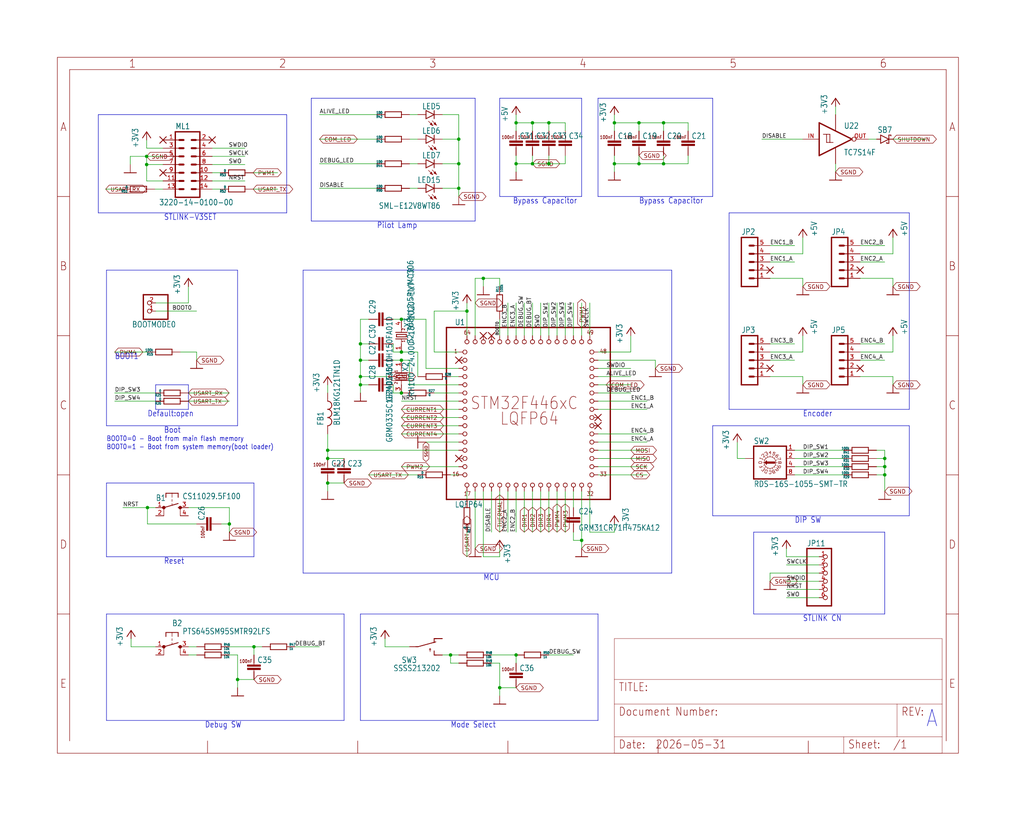
<source format=kicad_sch>
(kicad_sch (version 20230121) (generator eeschema)
  (paper "User" 317.5 254.051)
  (junction (at 190.5 50.8))
  (junction (at 190.5 38.1))
  (junction (at 170.18 50.8))
  (junction (at 142.24 43.18))
  (junction (at 73.66 210.82))
  (junction (at 111.76 119.38))
  (junction (at 180.34 167.64))
  (junction (at 111.76 116.84))
  (junction (at 205.74 38.1))
  (junction (at 124.46 111.76))
  (junction (at 142.24 50.8))
  (junction (at 274.32 144.78))
  (junction (at 165.1 50.8))
  (junction (at 274.32 147.32))
  (junction (at 78.74 200.66))
  (junction (at 170.18 38.1))
  (junction (at 274.32 142.24))
  (junction (at 124.46 109.22))
  (junction (at 142.24 58.42))
  (junction (at 101.6 142.24))
  (junction (at 101.6 149.86))
  (junction (at 160.02 50.8))
  (junction (at 154.94 213.36))
  (junction (at 45.466 48.514))
  (junction (at 45.466 51.054))
  (junction (at 144.78 96.52))
  (junction (at 149.86 86.36))
  (junction (at 160.02 38.1))
  (junction (at 45.72 157.48))
  (junction (at 205.74 50.8))
  (junction (at 165.1 38.1))
  (junction (at 124.46 99.06))
  (junction (at 101.6 139.7))
  (junction (at 198.12 50.8))
  (junction (at 111.76 106.68))
  (junction (at 139.7 203.2))
  (junction (at 160.02 203.2))
  (junction (at 198.12 38.1))
  (junction (at 71.12 162.56))
  (junction (at 124.46 121.92))
  (junction (at 111.76 111.76))
  (wire (pts (xy 50.546 45.974) (xy 45.466 45.974)) (stroke (width 0.1524)))
  (wire (pts (xy 121.92 106.68) (xy 121.92 109.22)) (stroke (width 0.1524)))
  (polyline (pts (xy 73.66 132.08) (xy 73.66 83.82)) (stroke (width 0.1524) (type solid)))
  (wire (pts (xy 190.5 35.56) (xy 190.5 38.1)) (stroke (width 0.1524)))
  (polyline (pts (xy 30.48 66.04) (xy 88.9 66.04)) (stroke (width 0.1524) (type solid)))
  (wire (pts (xy 243.84 172.72) (xy 254 172.72)) (stroke (width 0.1524)))
  (wire (pts (xy 154.94 152.4) (xy 154.94 165.1)) (stroke (width 0.1524)))
  (polyline (pts (xy 147.32 68.58) (xy 147.32 30.48)) (stroke (width 0.1524) (type solid)))
  (wire (pts (xy 185.42 137.16) (xy 200.66 137.16)) (stroke (width 0.1524)))
  (wire (pts (xy 127 111.76) (xy 124.46 111.76)) (stroke (width 0.1524)))
  (wire (pts (xy 160.02 104.14) (xy 160.02 93.98)) (stroke (width 0.1524)))
  (wire (pts (xy 58.42 124.46) (xy 71.12 124.46)) (stroke (width 0.1524)))
  (wire (pts (xy 274.32 142.24) (xy 274.32 144.78)) (stroke (width 0.1524)))
  (wire (pts (xy 132.08 114.3) (xy 142.24 114.3)) (stroke (width 0.1524)))
  (wire (pts (xy 60.96 200.66) (xy 58.42 200.66)) (stroke (width 0.1524)))
  (wire (pts (xy 165.1 50.8) (xy 160.02 50.8)) (stroke (width 0.1524)))
  (wire (pts (xy 185.42 134.62) (xy 200.66 134.62)) (stroke (width 0.1524)))
  (wire (pts (xy 152.4 152.4) (xy 152.4 165.1)) (stroke (width 0.1524)))
  (wire (pts (xy 81.28 200.66) (xy 78.74 200.66)) (stroke (width 0.1524)))
  (wire (pts (xy 182.88 152.4) (xy 182.88 165.1)) (stroke (width 0.1524)))
  (polyline (pts (xy 106.68 223.52) (xy 106.68 190.5)) (stroke (width 0.1524) (type solid)))
  (wire (pts (xy 228.6 142.24) (xy 231.14 142.24)) (stroke (width 0.1524)))
  (polyline (pts (xy 154.94 30.48) (xy 154.94 60.96)) (stroke (width 0.1524) (type solid)))
  (polyline (pts (xy 147.32 30.48) (xy 96.52 30.48)) (stroke (width 0.1524) (type solid)))
  (polyline (pts (xy 33.02 83.82) (xy 33.02 132.08)) (stroke (width 0.1524) (type solid)))
  (polyline (pts (xy 226.06 66.04) (xy 226.06 127)) (stroke (width 0.1524) (type solid)))
  (polyline (pts (xy 33.02 223.52) (xy 106.68 223.52)) (stroke (width 0.1524) (type solid)))
  (wire (pts (xy 160.02 35.56) (xy 160.02 38.1)) (stroke (width 0.1524)))
  (wire (pts (xy 45.466 48.514) (xy 45.466 51.054)) (stroke (width 0.1524)))
  (wire (pts (xy 124.46 111.76) (xy 121.92 111.76)) (stroke (width 0.1524)))
  (wire (pts (xy 238.76 76.2) (xy 246.38 76.2)) (stroke (width 0.1524)))
  (wire (pts (xy 127 35.56) (xy 129.54 35.56)) (stroke (width 0.1524)))
  (wire (pts (xy 35.56 121.92) (xy 48.26 121.92)) (stroke (width 0.1524)))
  (wire (pts (xy 185.42 139.7) (xy 200.66 139.7)) (stroke (width 0.1524)))
  (wire (pts (xy 65.786 51.054) (xy 75.946 51.054)) (stroke (width 0.1524)))
  (wire (pts (xy 190.5 48.26) (xy 190.5 50.8)) (stroke (width 0.1524)))
  (wire (pts (xy 111.76 116.84) (xy 111.76 119.38)) (stroke (width 0.1524)))
  (wire (pts (xy 185.42 116.84) (xy 195.58 116.84)) (stroke (width 0.1524)))
  (wire (pts (xy 144.78 96.52) (xy 144.78 104.14)) (stroke (width 0.1524)))
  (wire (pts (xy 266.7 81.28) (xy 274.32 81.28)) (stroke (width 0.1524)))
  (wire (pts (xy 142.24 35.56) (xy 142.24 43.18)) (stroke (width 0.1524)))
  (polyline (pts (xy 233.68 165.1) (xy 233.68 190.5)) (stroke (width 0.1524) (type solid)))
  (wire (pts (xy 205.74 38.1) (xy 213.36 38.1)) (stroke (width 0.1524)))
  (wire (pts (xy 48.26 200.66) (xy 40.64 200.66)) (stroke (width 0.1524)))
  (polyline (pts (xy 185.42 190.5) (xy 111.76 190.5)) (stroke (width 0.1524) (type solid)))
  (wire (pts (xy 170.18 48.26) (xy 170.18 50.8)) (stroke (width 0.1524)))
  (wire (pts (xy 45.466 45.974) (xy 45.466 43.434)) (stroke (width 0.1524)))
  (polyline (pts (xy 93.98 177.8) (xy 208.28 177.8)) (stroke (width 0.1524) (type solid)))
  (wire (pts (xy 266.7 106.68) (xy 274.32 106.68)) (stroke (width 0.1524)))
  (wire (pts (xy 160.02 213.36) (xy 154.94 213.36)) (stroke (width 0.1524)))
  (wire (pts (xy 170.18 38.1) (xy 170.18 40.64)) (stroke (width 0.1524)))
  (polyline (pts (xy 33.02 149.86) (xy 33.02 172.72)) (stroke (width 0.1524) (type solid)))
  (wire (pts (xy 167.64 104.14) (xy 167.64 93.98)) (stroke (width 0.1524)))
  (wire (pts (xy 147.32 104.14) (xy 147.32 86.36)) (stroke (width 0.1524)))
  (wire (pts (xy 111.76 119.38) (xy 111.76 121.92)) (stroke (width 0.1524)))
  (polyline (pts (xy 220.98 160.02) (xy 281.94 160.02)) (stroke (width 0.1524) (type solid)))
  (wire (pts (xy 55.88 109.22) (xy 60.96 109.22)) (stroke (width 0.1524)))
  (wire (pts (xy 198.12 48.26) (xy 198.12 50.8)) (stroke (width 0.1524)))
  (wire (pts (xy 78.74 200.66) (xy 71.12 200.66)) (stroke (width 0.1524)))
  (wire (pts (xy 137.16 50.8) (xy 142.24 50.8)) (stroke (width 0.1524)))
  (wire (pts (xy 111.76 99.06) (xy 111.76 106.68)) (stroke (width 0.1524)))
  (polyline (pts (xy 281.94 132.08) (xy 220.98 132.08)) (stroke (width 0.1524) (type solid)))
  (wire (pts (xy 238.76 111.76) (xy 246.38 111.76)) (stroke (width 0.1524)))
  (wire (pts (xy 121.92 109.22) (xy 124.46 109.22)) (stroke (width 0.1524)))
  (wire (pts (xy 58.42 121.92) (xy 71.12 121.92)) (stroke (width 0.1524)))
  (polyline (pts (xy 226.06 127) (xy 281.94 127)) (stroke (width 0.1524) (type solid)))
  (wire (pts (xy 170.18 38.1) (xy 175.26 38.1)) (stroke (width 0.1524)))
  (polyline (pts (xy 88.9 66.04) (xy 88.9 35.56)) (stroke (width 0.1524) (type solid)))
  (wire (pts (xy 205.74 38.1) (xy 205.74 40.64)) (stroke (width 0.1524)))
  (wire (pts (xy 238.76 180.34) (xy 238.76 177.8)) (stroke (width 0.1524)))
  (wire (pts (xy 142.24 50.8) (xy 142.24 58.42)) (stroke (width 0.1524)))
  (wire (pts (xy 127 43.18) (xy 129.54 43.18)) (stroke (width 0.1524)))
  (wire (pts (xy 50.546 48.514) (xy 45.466 48.514)) (stroke (width 0.1524)))
  (wire (pts (xy 71.12 162.56) (xy 71.12 157.48)) (stroke (width 0.1524)))
  (wire (pts (xy 149.86 172.72) (xy 149.86 152.4)) (stroke (width 0.1524)))
  (wire (pts (xy 139.7 203.2) (xy 142.24 203.2)) (stroke (width 0.1524)))
  (wire (pts (xy 114.3 99.06) (xy 111.76 99.06)) (stroke (width 0.1524)))
  (wire (pts (xy 182.88 165.1) (xy 190.5 165.1)) (stroke (width 0.1524)))
  (wire (pts (xy 246.38 139.7) (xy 261.62 139.7)) (stroke (width 0.1524)))
  (wire (pts (xy 60.96 162.56) (xy 45.72 162.56)) (stroke (width 0.1524)))
  (wire (pts (xy 238.76 78.74) (xy 248.92 78.74)) (stroke (width 0.1524)))
  (wire (pts (xy 68.326 58.674) (xy 65.786 58.674)) (stroke (width 0.1524)))
  (polyline (pts (xy 88.9 35.56) (xy 30.48 35.56)) (stroke (width 0.1524) (type solid)))
  (wire (pts (xy 172.72 152.4) (xy 172.72 165.1)) (stroke (width 0.1524)))
  (polyline (pts (xy 78.74 149.86) (xy 33.02 149.86)) (stroke (width 0.1524) (type solid)))
  (wire (pts (xy 185.42 147.32) (xy 200.66 147.32)) (stroke (width 0.1524)))
  (polyline (pts (xy 281.94 160.02) (xy 281.94 132.08)) (stroke (width 0.1524) (type solid)))
  (polyline (pts (xy 93.98 83.82) (xy 93.98 177.8)) (stroke (width 0.1524) (type solid)))
  (polyline (pts (xy 111.76 190.5) (xy 111.76 223.52)) (stroke (width 0.1524) (type solid)))
  (wire (pts (xy 190.5 50.8) (xy 198.12 50.8)) (stroke (width 0.1524)))
  (wire (pts (xy 132.08 99.06) (xy 132.08 114.3)) (stroke (width 0.1524)))
  (wire (pts (xy 137.16 43.18) (xy 142.24 43.18)) (stroke (width 0.1524)))
  (wire (pts (xy 68.326 53.594) (xy 65.786 53.594)) (stroke (width 0.1524)))
  (wire (pts (xy 254 182.88) (xy 243.84 182.88)) (stroke (width 0.1524)))
  (wire (pts (xy 185.42 119.38) (xy 195.58 119.38)) (stroke (width 0.1524)))
  (wire (pts (xy 137.16 203.2) (xy 139.7 203.2)) (stroke (width 0.1524)))
  (wire (pts (xy 266.7 111.76) (xy 274.32 111.76)) (stroke (width 0.1524)))
  (wire (pts (xy 180.34 167.64) (xy 180.34 170.18)) (stroke (width 0.1524)))
  (wire (pts (xy 149.86 172.72) (xy 154.94 172.72)) (stroke (width 0.1524)))
  (wire (pts (xy 71.12 165.1) (xy 71.12 162.56)) (stroke (width 0.1524)))
  (wire (pts (xy 238.76 177.8) (xy 254 177.8)) (stroke (width 0.1524)))
  (wire (pts (xy 45.72 162.56) (xy 45.72 157.48)) (stroke (width 0.1524)))
  (wire (pts (xy 142.24 139.7) (xy 101.6 139.7)) (stroke (width 0.1524)))
  (wire (pts (xy 271.78 139.7) (xy 274.32 139.7)) (stroke (width 0.1524)))
  (wire (pts (xy 276.86 78.74) (xy 276.86 73.66)) (stroke (width 0.1524)))
  (polyline (pts (xy 274.32 190.5) (xy 274.32 165.1)) (stroke (width 0.1524) (type solid)))
  (wire (pts (xy 101.6 119.38) (xy 101.6 121.92)) (stroke (width 0.1524)))
  (wire (pts (xy 175.26 104.14) (xy 175.26 93.98)) (stroke (width 0.1524)))
  (wire (pts (xy 65.786 48.514) (xy 75.946 48.514)) (stroke (width 0.1524)))
  (wire (pts (xy 127 58.42) (xy 129.54 58.42)) (stroke (width 0.1524)))
  (wire (pts (xy 180.34 152.4) (xy 180.34 167.64)) (stroke (width 0.1524)))
  (wire (pts (xy 78.486 53.594) (xy 86.106 53.594)) (stroke (width 0.1524)))
  (polyline (pts (xy 33.02 172.72) (xy 78.74 172.72)) (stroke (width 0.1524) (type solid)))
  (wire (pts (xy 170.18 50.8) (xy 165.1 50.8)) (stroke (width 0.1524)))
  (wire (pts (xy 198.12 50.8) (xy 205.74 50.8)) (stroke (width 0.1524)))
  (wire (pts (xy 142.24 205.74) (xy 139.7 205.74)) (stroke (width 0.1524)))
  (wire (pts (xy 238.76 116.84) (xy 248.92 116.84)) (stroke (width 0.1524)))
  (wire (pts (xy 177.8 157.48) (xy 177.8 152.4)) (stroke (width 0.1524)))
  (wire (pts (xy 190.5 53.34) (xy 190.5 50.8)) (stroke (width 0.1524)))
  (wire (pts (xy 45.466 51.054) (xy 50.546 51.054)) (stroke (width 0.1524)))
  (wire (pts (xy 271.78 147.32) (xy 274.32 147.32)) (stroke (width 0.1524)))
  (wire (pts (xy 165.1 104.14) (xy 165.1 93.98)) (stroke (width 0.1524)))
  (wire (pts (xy 127 119.38) (xy 127 111.76)) (stroke (width 0.1524)))
  (wire (pts (xy 266.7 109.22) (xy 276.86 109.22)) (stroke (width 0.1524)))
  (wire (pts (xy 45.466 51.054) (xy 45.466 56.134)) (stroke (width 0.1524)))
  (wire (pts (xy 160.02 50.8) (xy 160.02 53.34)) (stroke (width 0.1524)))
  (wire (pts (xy 213.36 38.1) (xy 213.36 40.64)) (stroke (width 0.1524)))
  (wire (pts (xy 254 175.26) (xy 243.84 175.26)) (stroke (width 0.1524)))
  (wire (pts (xy 248.92 86.36) (xy 248.92 88.9)) (stroke (width 0.1524)))
  (wire (pts (xy 142.24 137.16) (xy 132.08 137.16)) (stroke (width 0.1524)))
  (wire (pts (xy 154.94 205.74) (xy 152.4 205.74)) (stroke (width 0.1524)))
  (polyline (pts (xy 33.02 132.08) (xy 73.66 132.08)) (stroke (width 0.1524) (type solid)))
  (polyline (pts (xy 154.94 60.96) (xy 180.34 60.96)) (stroke (width 0.1524) (type solid)))
  (wire (pts (xy 238.76 81.28) (xy 246.38 81.28)) (stroke (width 0.1524)))
  (wire (pts (xy 78.74 203.2) (xy 78.74 200.66)) (stroke (width 0.1524)))
  (wire (pts (xy 71.12 157.48) (xy 58.42 157.48)) (stroke (width 0.1524)))
  (wire (pts (xy 274.32 147.32) (xy 274.32 152.4)) (stroke (width 0.1524)))
  (wire (pts (xy 129.54 147.32) (xy 114.3 147.32)) (stroke (width 0.1524)))
  (polyline (pts (xy 208.28 83.82) (xy 93.98 83.82)) (stroke (width 0.1524) (type solid)))
  (polyline (pts (xy 281.94 66.04) (xy 226.06 66.04)) (stroke (width 0.1524) (type solid)))
  (wire (pts (xy 185.42 121.92) (xy 195.58 121.92)) (stroke (width 0.1524)))
  (wire (pts (xy 120.396 116.84) (xy 111.76 116.84)) (stroke (width 0.1524)))
  (wire (pts (xy 121.92 121.92) (xy 121.92 119.38)) (stroke (width 0.1524)))
  (wire (pts (xy 259.08 50.8) (xy 259.08 53.34)) (stroke (width 0.1524)))
  (wire (pts (xy 254 185.42) (xy 243.84 185.42)) (stroke (width 0.1524)))
  (wire (pts (xy 71.12 203.2) (xy 73.66 203.2)) (stroke (width 0.1524)))
  (wire (pts (xy 238.76 109.22) (xy 248.92 109.22)) (stroke (width 0.1524)))
  (wire (pts (xy 198.12 38.1) (xy 205.74 38.1)) (stroke (width 0.1524)))
  (wire (pts (xy 276.86 116.84) (xy 276.86 119.38)) (stroke (width 0.1524)))
  (wire (pts (xy 160.02 38.1) (xy 160.02 40.64)) (stroke (width 0.1524)))
  (wire (pts (xy 144.78 152.4) (xy 144.78 154.94)) (stroke (width 0.1524)))
  (polyline (pts (xy 274.32 165.1) (xy 233.68 165.1)) (stroke (width 0.1524) (type solid)))
  (wire (pts (xy 129.54 116.84) (xy 129.54 109.22)) (stroke (width 0.1524)))
  (polyline (pts (xy 220.98 132.08) (xy 220.98 160.02)) (stroke (width 0.1524) (type solid)))
  (wire (pts (xy 58.42 93.98) (xy 58.42 88.9)) (stroke (width 0.1524)))
  (wire (pts (xy 137.16 58.42) (xy 142.24 58.42)) (stroke (width 0.1524)))
  (wire (pts (xy 134.62 109.22) (xy 134.62 96.52)) (stroke (width 0.1524)))
  (wire (pts (xy 134.62 96.52) (xy 144.78 96.52)) (stroke (width 0.1524)))
  (wire (pts (xy 124.46 99.06) (xy 132.08 99.06)) (stroke (width 0.1524)))
  (polyline (pts (xy 58.42 127) (xy 58.42 119.38)) (stroke (width 0.1524) (type solid)))
  (polyline (pts (xy 180.34 30.48) (xy 154.94 30.48)) (stroke (width 0.1524) (type solid)))
  (wire (pts (xy 144.78 165.1) (xy 144.78 172.72)) (stroke (width 0.1524)))
  (wire (pts (xy 119.38 198.12) (xy 119.38 200.66)) (stroke (width 0.1524)))
  (wire (pts (xy 160.02 48.26) (xy 160.02 50.8)) (stroke (width 0.1524)))
  (polyline (pts (xy 111.76 223.52) (xy 185.42 223.52)) (stroke (width 0.1524) (type solid)))
  (wire (pts (xy 195.58 109.22) (xy 195.58 104.14)) (stroke (width 0.1524)))
  (wire (pts (xy 116.84 35.56) (xy 99.06 35.56)) (stroke (width 0.1524)))
  (wire (pts (xy 175.26 50.8) (xy 170.18 50.8)) (stroke (width 0.1524)))
  (wire (pts (xy 190.5 40.64) (xy 190.5 38.1)) (stroke (width 0.1524)))
  (wire (pts (xy 228.6 137.16) (xy 228.6 142.24)) (stroke (width 0.1524)))
  (wire (pts (xy 142.24 132.08) (xy 124.46 132.08)) (stroke (width 0.1524)))
  (wire (pts (xy 271.78 142.24) (xy 274.32 142.24)) (stroke (width 0.1524)))
  (wire (pts (xy 177.8 165.1) (xy 177.8 167.64)) (stroke (width 0.1524)))
  (wire (pts (xy 190.5 165.1) (xy 190.5 162.56)) (stroke (width 0.1524)))
  (wire (pts (xy 203.2 114.3) (xy 203.2 111.76)) (stroke (width 0.1524)))
  (wire (pts (xy 165.1 38.1) (xy 170.18 38.1)) (stroke (width 0.1524)))
  (polyline (pts (xy 30.48 35.56) (xy 30.48 66.04)) (stroke (width 0.1524) (type solid)))
  (wire (pts (xy 58.42 203.2) (xy 60.96 203.2)) (stroke (width 0.1524)))
  (wire (pts (xy 246.38 142.24) (xy 261.62 142.24)) (stroke (width 0.1524)))
  (wire (pts (xy 142.24 43.18) (xy 142.24 50.8)) (stroke (width 0.1524)))
  (wire (pts (xy 170.18 152.4) (xy 170.18 165.1)) (stroke (width 0.1524)))
  (wire (pts (xy 45.466 56.134) (xy 50.546 56.134)) (stroke (width 0.1524)))
  (wire (pts (xy 139.7 205.74) (xy 139.7 203.2)) (stroke (width 0.1524)))
  (wire (pts (xy 274.32 139.7) (xy 274.32 142.24)) (stroke (width 0.1524)))
  (wire (pts (xy 167.64 152.4) (xy 167.64 165.1)) (stroke (width 0.1524)))
  (wire (pts (xy 116.84 58.42) (xy 99.06 58.42)) (stroke (width 0.1524)))
  (wire (pts (xy 68.58 162.56) (xy 71.12 162.56)) (stroke (width 0.1524)))
  (wire (pts (xy 205.74 50.8) (xy 205.74 48.26)) (stroke (width 0.1524)))
  (wire (pts (xy 276.86 43.18) (xy 287.02 43.18)) (stroke (width 0.1524)))
  (wire (pts (xy 157.48 152.4) (xy 157.48 165.1)) (stroke (width 0.1524)))
  (wire (pts (xy 185.42 114.3) (xy 195.58 114.3)) (stroke (width 0.1524)))
  (wire (pts (xy 276.86 86.36) (xy 276.86 88.9)) (stroke (width 0.1524)))
  (polyline (pts (xy 106.68 190.5) (xy 33.02 190.5)) (stroke (width 0.1524) (type solid)))
  (wire (pts (xy 266.7 78.74) (xy 276.86 78.74)) (stroke (width 0.1524)))
  (wire (pts (xy 50.546 58.674) (xy 48.006 58.674)) (stroke (width 0.1524)))
  (wire (pts (xy 185.42 142.24) (xy 200.66 142.24)) (stroke (width 0.1524)))
  (wire (pts (xy 248.92 43.18) (xy 236.22 43.18)) (stroke (width 0.1524)))
  (wire (pts (xy 114.3 111.76) (xy 111.76 111.76)) (stroke (width 0.1524)))
  (wire (pts (xy 175.26 48.26) (xy 175.26 50.8)) (stroke (width 0.1524)))
  (polyline (pts (xy 185.42 223.52) (xy 185.42 190.5)) (stroke (width 0.1524) (type solid)))
  (wire (pts (xy 213.36 50.8) (xy 213.36 48.26)) (stroke (width 0.1524)))
  (wire (pts (xy 45.72 157.48) (xy 38.1 157.48)) (stroke (width 0.1524)))
  (wire (pts (xy 65.786 45.974) (xy 75.946 45.974)) (stroke (width 0.1524)))
  (wire (pts (xy 78.486 58.674) (xy 86.106 58.674)) (stroke (width 0.1524)))
  (wire (pts (xy 37.846 58.674) (xy 32.766 58.674)) (stroke (width 0.1524)))
  (polyline (pts (xy 220.98 60.96) (xy 220.98 30.48)) (stroke (width 0.1524) (type solid)))
  (wire (pts (xy 276.86 104.14) (xy 276.86 109.22)) (stroke (width 0.1524)))
  (wire (pts (xy 154.94 213.36) (xy 154.94 205.74)) (stroke (width 0.1524)))
  (wire (pts (xy 142.24 127) (xy 124.46 127)) (stroke (width 0.1524)))
  (wire (pts (xy 205.74 50.8) (xy 213.36 50.8)) (stroke (width 0.1524)))
  (wire (pts (xy 139.7 116.84) (xy 142.24 116.84)) (stroke (width 0.1524)))
  (wire (pts (xy 177.8 167.64) (xy 180.34 167.64)) (stroke (width 0.1524)))
  (wire (pts (xy 111.76 106.68) (xy 111.76 111.76)) (stroke (width 0.1524)))
  (wire (pts (xy 182.88 104.14) (xy 182.88 93.98)) (stroke (width 0.1524)))
  (wire (pts (xy 149.86 86.36) (xy 147.32 86.36)) (stroke (width 0.1524)))
  (wire (pts (xy 154.94 213.36) (xy 154.94 215.9)) (stroke (width 0.1524)))
  (wire (pts (xy 142.24 124.46) (xy 124.46 124.46)) (stroke (width 0.1524)))
  (polyline (pts (xy 78.74 172.72) (xy 78.74 149.86)) (stroke (width 0.1524) (type solid)))
  (wire (pts (xy 271.78 144.78) (xy 274.32 144.78)) (stroke (width 0.1524)))
  (wire (pts (xy 48.26 93.98) (xy 58.42 93.98)) (stroke (width 0.1524)))
  (wire (pts (xy 129.54 50.8) (xy 127 50.8)) (stroke (width 0.1524)))
  (wire (pts (xy 154.94 170.18) (xy 154.94 172.72)) (stroke (width 0.1524)))
  (wire (pts (xy 266.7 86.36) (xy 276.86 86.36)) (stroke (width 0.1524)))
  (wire (pts (xy 73.66 210.82) (xy 73.66 213.36)) (stroke (width 0.1524)))
  (wire (pts (xy 142.24 119.38) (xy 127 119.38)) (stroke (width 0.1524)))
  (wire (pts (xy 101.6 139.7) (xy 101.6 134.62)) (stroke (width 0.1524)))
  (wire (pts (xy 162.56 152.4) (xy 162.56 165.1)) (stroke (width 0.1524)))
  (wire (pts (xy 45.466 48.514) (xy 40.386 48.514)) (stroke (width 0.1524)))
  (wire (pts (xy 254 180.34) (xy 243.84 180.34)) (stroke (width 0.1524)))
  (wire (pts (xy 175.26 152.4) (xy 175.26 165.1)) (stroke (width 0.1524)))
  (wire (pts (xy 238.76 86.36) (xy 248.92 86.36)) (stroke (width 0.1524)))
  (wire (pts (xy 248.92 73.66) (xy 248.92 78.74)) (stroke (width 0.1524)))
  (wire (pts (xy 185.42 144.78) (xy 200.66 144.78)) (stroke (width 0.1524)))
  (wire (pts (xy 185.42 124.46) (xy 200.66 124.46)) (stroke (width 0.1524)))
  (wire (pts (xy 35.56 124.46) (xy 48.26 124.46)) (stroke (width 0.1524)))
  (wire (pts (xy 48.26 157.48) (xy 45.72 157.48)) (stroke (width 0.1524)))
  (wire (pts (xy 175.26 38.1) (xy 175.26 40.64)) (stroke (width 0.1524)))
  (wire (pts (xy 271.78 43.18) (xy 269.24 43.18)) (stroke (width 0.1524)))
  (wire (pts (xy 142.24 144.78) (xy 124.46 144.78)) (stroke (width 0.1524)))
  (wire (pts (xy 40.386 48.514) (xy 40.386 51.054)) (stroke (width 0.1524)))
  (wire (pts (xy 142.24 129.54) (xy 124.46 129.54)) (stroke (width 0.1524)))
  (wire (pts (xy 144.78 93.98) (xy 144.78 96.52)) (stroke (width 0.1524)))
  (wire (pts (xy 185.42 111.76) (xy 203.2 111.76)) (stroke (width 0.1524)))
  (polyline (pts (xy 33.02 190.5) (xy 33.02 223.52)) (stroke (width 0.1524) (type solid)))
  (wire (pts (xy 106.68 142.24) (xy 101.6 142.24)) (stroke (width 0.1524)))
  (wire (pts (xy 65.786 56.134) (xy 75.946 56.134)) (stroke (width 0.1524)))
  (polyline (pts (xy 58.42 119.38) (xy 48.26 119.38)) (stroke (width 0.1524) (type solid)))
  (wire (pts (xy 119.38 200.66) (xy 127 200.66)) (stroke (width 0.1524)))
  (wire (pts (xy 142.24 147.32) (xy 139.7 147.32)) (stroke (width 0.1524)))
  (wire (pts (xy 165.1 40.64) (xy 165.1 38.1)) (stroke (width 0.1524)))
  (wire (pts (xy 152.4 203.2) (xy 160.02 203.2)) (stroke (width 0.1524)))
  (wire (pts (xy 40.64 198.12) (xy 40.64 200.66)) (stroke (width 0.1524)))
  (polyline (pts (xy 233.68 190.5) (xy 274.32 190.5)) (stroke (width 0.1524) (type solid)))
  (wire (pts (xy 170.18 104.14) (xy 170.18 93.98)) (stroke (width 0.1524)))
  (wire (pts (xy 154.94 88.9) (xy 154.94 86.36)) (stroke (width 0.1524)))
  (wire (pts (xy 243.84 170.18) (xy 243.84 172.72)) (stroke (width 0.1524)))
  (wire (pts (xy 190.5 38.1) (xy 198.12 38.1)) (stroke (width 0.1524)))
  (polyline (pts (xy 185.42 60.96) (xy 220.98 60.96)) (stroke (width 0.1524) (type solid)))
  (wire (pts (xy 248.92 104.14) (xy 248.92 109.22)) (stroke (width 0.1524)))
  (wire (pts (xy 142.24 58.42) (xy 142.24 60.96)) (stroke (width 0.1524)))
  (polyline (pts (xy 96.52 68.58) (xy 147.32 68.58)) (stroke (width 0.1524) (type solid)))
  (wire (pts (xy 238.76 106.68) (xy 246.38 106.68)) (stroke (width 0.1524)))
  (wire (pts (xy 101.6 152.4) (xy 101.6 149.86)) (stroke (width 0.1524)))
  (wire (pts (xy 157.48 104.14) (xy 157.48 93.98)) (stroke (width 0.1524)))
  (wire (pts (xy 154.94 86.36) (xy 149.86 86.36)) (stroke (width 0.1524)))
  (wire (pts (xy 165.1 48.26) (xy 165.1 50.8)) (stroke (width 0.1524)))
  (wire (pts (xy 246.38 147.32) (xy 261.62 147.32)) (stroke (width 0.1524)))
  (wire (pts (xy 60.96 109.22) (xy 60.96 111.76)) (stroke (width 0.1524)))
  (wire (pts (xy 246.38 144.78) (xy 261.62 144.78)) (stroke (width 0.1524)))
  (polyline (pts (xy 48.26 119.38) (xy 48.26 127)) (stroke (width 0.1524) (type solid)))
  (wire (pts (xy 114.3 106.68) (xy 111.76 106.68)) (stroke (width 0.1524)))
  (wire (pts (xy 124.46 121.92) (xy 121.92 121.92)) (stroke (width 0.1524)))
  (polyline (pts (xy 73.66 83.82) (xy 33.02 83.82)) (stroke (width 0.1524) (type solid)))
  (wire (pts (xy 124.46 99.06) (xy 121.92 99.06)) (stroke (width 0.1524)))
  (wire (pts (xy 111.76 111.76) (xy 111.76 116.84)) (stroke (width 0.1524)))
  (wire (pts (xy 116.84 50.8) (xy 99.06 50.8)) (stroke (width 0.1524)))
  (wire (pts (xy 101.6 149.86) (xy 106.68 149.86)) (stroke (width 0.1524)))
  (wire (pts (xy 142.24 134.62) (xy 124.46 134.62)) (stroke (width 0.1524)))
  (polyline (pts (xy 180.34 60.96) (xy 180.34 30.48)) (stroke (width 0.1524) (type solid)))
  (wire (pts (xy 177.8 104.14) (xy 177.8 93.98)) (stroke (width 0.1524)))
  (polyline (pts (xy 48.26 127) (xy 58.42 127)) (stroke (width 0.1524) (type solid)))
  (wire (pts (xy 114.3 119.38) (xy 111.76 119.38)) (stroke (width 0.1524)))
  (wire (pts (xy 91.44 200.66) (xy 99.06 200.66)) (stroke (width 0.1524)))
  (wire (pts (xy 165.1 38.1) (xy 160.02 38.1)) (stroke (width 0.1524)))
  (wire (pts (xy 78.74 210.82) (xy 73.66 210.82)) (stroke (width 0.1524)))
  (wire (pts (xy 129.54 109.22) (xy 124.46 109.22)) (stroke (width 0.1524)))
  (polyline (pts (xy 185.42 30.48) (xy 185.42 60.96)) (stroke (width 0.1524) (type solid)))
  (polyline (pts (xy 96.52 30.48) (xy 96.52 68.58)) (stroke (width 0.1524) (type solid)))
  (wire (pts (xy 137.16 35.56) (xy 142.24 35.56)) (stroke (width 0.1524)))
  (wire (pts (xy 73.66 203.2) (xy 73.66 210.82)) (stroke (width 0.1524)))
  (wire (pts (xy 185.42 109.22) (xy 195.58 109.22)) (stroke (width 0.1524)))
  (wire (pts (xy 134.62 121.92) (xy 142.24 121.92)) (stroke (width 0.1524)))
  (wire (pts (xy 154.94 104.14) (xy 154.94 99.06)) (stroke (width 0.1524)))
  (wire (pts (xy 160.02 205.74) (xy 160.02 203.2)) (stroke (width 0.1524)))
  (wire (pts (xy 142.24 109.22) (xy 134.62 109.22)) (stroke (width 0.1524)))
  (wire (pts (xy 185.42 127) (xy 200.66 127)) (stroke (width 0.1524)))
  (wire (pts (xy 101.6 142.24) (xy 101.6 139.7)) (stroke (width 0.1524)))
  (wire (pts (xy 162.56 104.14) (xy 162.56 93.98)) (stroke (width 0.1524)))
  (wire (pts (xy 147.32 170.18) (xy 147.32 152.4)) (stroke (width 0.1524)))
  (wire (pts (xy 170.18 203.2) (xy 177.8 203.2)) (stroke (width 0.1524)))
  (wire (pts (xy 165.1 152.4) (xy 165.1 165.1)) (stroke (width 0.1524)))
  (wire (pts (xy 48.26 96.52) (xy 60.96 96.52)) (stroke (width 0.1524)))
  (polyline (pts (xy 220.98 30.48) (xy 185.42 30.48)) (stroke (width 0.1524) (type solid)))
  (wire (pts (xy 180.34 104.14) (xy 180.34 93.98)) (stroke (width 0.1524)))
  (polyline (pts (xy 281.94 127) (xy 281.94 66.04)) (stroke (width 0.1524) (type solid)))
  (wire (pts (xy 160.02 152.4) (xy 160.02 165.1)) (stroke (width 0.1524)))
  (wire (pts (xy 198.12 40.64) (xy 198.12 38.1)) (stroke (width 0.1524)))
  (wire (pts (xy 149.86 88.9) (xy 149.86 86.36)) (stroke (width 0.1524)))
  (wire (pts (xy 35.56 109.22) (xy 45.72 109.22)) (stroke (width 0.1524)))
  (wire (pts (xy 172.72 104.14) (xy 172.72 93.98)) (stroke (width 0.1524)))
  (wire (pts (xy 116.84 43.18) (xy 99.06 43.18)) (stroke (width 0.1524)))
  (wire (pts (xy 259.08 33.02) (xy 259.08 35.56)) (stroke (width 0.1524)))
  (wire (pts (xy 248.92 116.84) (xy 248.92 119.38)) (stroke (width 0.1524)))
  (wire (pts (xy 266.7 116.84) (xy 276.86 116.84)) (stroke (width 0.1524)))
  (wire (pts (xy 274.32 144.78) (xy 274.32 147.32)) (stroke (width 0.1524)))
  (polyline (pts (xy 208.28 177.8) (xy 208.28 83.82)) (stroke (width 0.1524) (type solid)))
  (wire (pts (xy 266.7 76.2) (xy 274.32 76.2)) (stroke (width 0.1524)))
  (text "Bypass Capacitor" (at 159.004 63.5 0) (effects (font (size 1.778 1.5113)) (justify left bottom)))
  (text "STLINK-V3SET" (at 50.8 68.58 0) (effects (font (size 1.778 1.5113)) (justify left bottom)))
  (text "DIP SW" (at 246.38 162.56 0) (effects (font (size 1.778 1.5113)) (justify left bottom)))
  (text "BOOT0=1 - Boot from system memory(boot loader)" (at 33.02 139.7 0) (effects (font (size 1.524 1.2954)) (justify left bottom)))
  (text "BOOT0=0 - Boot from main flash memory" (at 33.02 137.16 0) (effects (font (size 1.524 1.2954)) (justify left bottom)))
  (text "BOOT1" (at 35.56 111.76 0) (effects (font (size 1.778 1.5113)) (justify left bottom)))
  (text "Debug SW" (at 63.5 226.06 0) (effects (font (size 1.778 1.5113)) (justify left bottom)))
  (text "Default:open" (at 45.72 129.54 0) (effects (font (size 1.778 1.5113)) (justify left bottom)))
  (text "Pilot Lamp" (at 116.84 71.12 0) (effects (font (size 1.778 1.5113)) (justify left bottom)))
  (text "Reset" (at 50.8 175.26 0) (effects (font (size 1.778 1.5113)) (justify left bottom)))
  (text "Mode Select" (at 139.7 226.06 0) (effects (font (size 1.778 1.5113)) (justify left bottom)))
  (text "A" (at 287.02 226.06 0) (effects (font (size 5.08 4.318)) (justify left bottom)))
  (text "Boot" (at 50.8 134.62 0) (effects (font (size 1.778 1.5113)) (justify left bottom)))
  (text "Bypass Capacitor" (at 198.12 63.5 0) (effects (font (size 1.778 1.5113)) (justify left bottom)))
  (text "STLINK CN" (at 248.92 193.04 0) (effects (font (size 1.778 1.5113)) (justify left bottom)))
  (text "MCU" (at 149.86 180.34 0) (effects (font (size 1.778 1.5113)) (justify left bottom)))
  (text "Encoder" (at 248.92 129.54 0) (effects (font (size 1.778 1.5113)) (justify left bottom)))
  (label "ENC1_A" (at 195.58 127 0) (effects (font (size 1.2446 1.2446))))
  (label "SWCLK" (at 243.84 175.26 0) (effects (font (size 1.2446 1.2446))))
  (label "NRST" (at 243.84 182.88 0) (effects (font (size 1.2446 1.2446))))
  (label "DIP_SW3" (at 248.92 144.78 0) (effects (font (size 1.2446 1.2446))))
  (label "ENC3_B" (at 238.76 106.68 0) (effects (font (size 1.2446 1.2446))))
  (label "DIP_SW2" (at 172.72 101.6 90) (effects (font (size 1.2446 1.2446))))
  (label "SWDIO" (at 243.84 180.34 0) (effects (font (size 1.2446 1.2446))))
  (label "ENC4_B" (at 266.7 106.68 0) (effects (font (size 1.2446 1.2446))))
  (label "DISABLE" (at 152.4 165.1 90) (effects (font (size 1.2446 1.2446))))
  (label "DEBUG_BT" (at 165.1 101.6 90) (effects (font (size 1.2446 1.2446))))
  (label "ENC1_B" (at 238.76 76.2 0) (effects (font (size 1.2446 1.2446))))
  (label "SWDIO" (at 187.96 114.3 0) (effects (font (size 1.2446 1.2446))))
  (label "NRST" (at 124.46 124.46 0) (effects (font (size 1.2446 1.2446))))
  (label "ENC4_B" (at 195.58 134.62 0) (effects (font (size 1.2446 1.2446))))
  (label "ENC4_A" (at 195.58 137.16 0) (effects (font (size 1.2446 1.2446))))
  (label "DIP_SW4" (at 248.92 147.32 0) (effects (font (size 1.2446 1.2446))))
  (label "SWO" (at 70.866 51.054 0) (effects (font (size 1.2446 1.2446))))
  (label "BOOT0" (at 53.34 96.52 0) (effects (font (size 1.2446 1.2446))))
  (label "DEBUG_BT" (at 91.44 200.66 0) (effects (font (size 1.2446 1.2446))))
  (label "SWO" (at 167.64 101.6 90) (effects (font (size 1.2446 1.2446))))
  (label "DEBUG_SW" (at 170.18 203.2 0) (effects (font (size 1.2446 1.2446))))
  (label "ENC2_A" (at 157.48 165.1 90) (effects (font (size 1.2446 1.2446))))
  (label "ENC2_B" (at 160.02 165.1 90) (effects (font (size 1.2446 1.2446))))
  (label "ENC3_B" (at 157.48 101.6 90) (effects (font (size 1.2446 1.2446))))
  (label "DIP_SW1" (at 248.92 139.7 0) (effects (font (size 1.2446 1.2446))))
  (label "DIP_SW2" (at 248.92 142.24 0) (effects (font (size 1.2446 1.2446))))
  (label "DIP_SW4" (at 177.8 101.6 90) (effects (font (size 1.2446 1.2446))))
  (label "ENC3_A" (at 238.76 111.76 0) (effects (font (size 1.2446 1.2446))))
  (label "DIP_SW3" (at 35.56 121.92 0) (effects (font (size 1.2446 1.2446))))
  (label "NRST" (at 70.866 56.134 0) (effects (font (size 1.2446 1.2446))))
  (label "ENC3_A" (at 160.02 101.6 90) (effects (font (size 1.2446 1.2446))))
  (label "SWCLK" (at 182.88 101.6 90) (effects (font (size 1.2446 1.2446))))
  (label "SWDIO" (at 70.866 45.974 0) (effects (font (size 1.2446 1.2446))))
  (label "ALIVE_LED" (at 187.96 116.84 0) (effects (font (size 1.2446 1.2446))))
  (label "DIP_SW3" (at 175.26 101.6 90) (effects (font (size 1.2446 1.2446))))
  (label "SWCLK" (at 70.866 48.514 0) (effects (font (size 1.2446 1.2446))))
  (label "ALIVE_LED" (at 99.06 35.56 0) (effects (font (size 1.2446 1.2446))))
  (label "NRST" (at 38.1 157.48 0) (effects (font (size 1.2446 1.2446))))
  (label "DISABLE" (at 99.06 58.42 0) (effects (font (size 1.2446 1.2446))))
  (label "DEBUG_LED" (at 99.06 50.8 0) (effects (font (size 1.2446 1.2446))))
  (label "DISABLE" (at 236.22 43.18 0) (effects (font (size 1.2446 1.2446))))
  (label "DEBUG_SW" (at 162.56 101.6 90) (effects (font (size 1.2446 1.2446))))
  (label "DEBUG_LED" (at 187.96 121.92 0) (effects (font (size 1.2446 1.2446))))
  (label "ENC1_B" (at 195.58 124.46 0) (effects (font (size 1.2446 1.2446))))
  (label "ENC2_B" (at 266.7 76.2 0) (effects (font (size 1.2446 1.2446))))
  (label "ENC4_A" (at 266.7 111.76 0) (effects (font (size 1.2446 1.2446))))
  (label "DIP_SW4" (at 35.56 124.46 0) (effects (font (size 1.2446 1.2446))))
  (label "DIP_SW1" (at 170.18 101.6 90) (effects (font (size 1.2446 1.2446))))
  (label "SWO" (at 243.84 185.42 0) (effects (font (size 1.2446 1.2446))))
  (label "ENC1_A" (at 238.76 81.28 0) (effects (font (size 1.2446 1.2446))))
  (label "BOOT0" (at 154.94 104.14 90) (effects (font (size 0.889 0.889))))
  (label "ENC2_A" (at 266.7 81.28 0) (effects (font (size 1.2446 1.2446))))
  (global_label "DIR4" (shape bidirectional) (at 170.18 165.1 90) (effects (font (size 1.2446 1.2446))) (property "Intersheetrefs" "${INTERSHEET_REFS}" (effects hide)))
  (global_label "PWM2" (shape bidirectional) (at 124.46 144.78 0) (effects (font (size 1.2446 1.2446))) (property "Intersheetrefs" "${INTERSHEET_REFS}" (effects hide)))
  (global_label "MISO" (shape bidirectional) (at 195.58 142.24 0) (effects (font (size 1.2446 1.2446))) (property "Intersheetrefs" "${INTERSHEET_REFS}" (effects hide)))
  (global_label "CS" (shape bidirectional) (at 195.58 147.32 0) (effects (font (size 1.2446 1.2446))) (property "Intersheetrefs" "${INTERSHEET_REFS}" (effects hide)))
  (global_label "USART_TX" (shape bidirectional) (at 58.42 124.46 0) (effects (font (size 1.2446 1.2446))) (property "Intersheetrefs" "${INTERSHEET_REFS}" (effects hide)))
  (global_label "SGND" (shape bidirectional) (at 45.466 48.514 0) (effects (font (size 1.2446 1.2446))) (property "Intersheetrefs" "${INTERSHEET_REFS}" (effects hide)))
  (global_label "SGND" (shape bidirectional) (at 132.08 137.16 270) (effects (font (size 0.889 0.889))) (property "Intersheetrefs" "${INTERSHEET_REFS}" (effects hide)))
  (global_label "SGND" (shape bidirectional) (at 259.08 53.34 0) (effects (font (size 1.2446 1.2446))) (property "Intersheetrefs" "${INTERSHEET_REFS}" (effects hide)))
  (global_label "SGND" (shape bidirectional) (at 106.68 149.86 0) (effects (font (size 1.2446 1.2446))) (property "Intersheetrefs" "${INTERSHEET_REFS}" (effects hide)))
  (global_label "SGND" (shape bidirectional) (at 276.86 88.9 0) (effects (font (size 1.2446 1.2446))) (property "Intersheetrefs" "${INTERSHEET_REFS}" (effects hide)))
  (global_label "PWM4" (shape bidirectional) (at 172.72 165.1 90) (effects (font (size 1.2446 1.2446))) (property "Intersheetrefs" "${INTERSHEET_REFS}" (effects hide)))
  (global_label "USART_TX" (shape bidirectional) (at 78.486 58.674 0) (effects (font (size 1.2446 1.2446))) (property "Intersheetrefs" "${INTERSHEET_REFS}" (effects hide)))
  (global_label "PWM1" (shape bidirectional) (at 78.486 53.594 0) (effects (font (size 1.2446 1.2446))) (property "Intersheetrefs" "${INTERSHEET_REFS}" (effects hide)))
  (global_label "THERMAL" (shape bidirectional) (at 154.94 165.1 90) (effects (font (size 1.2446 1.2446))) (property "Intersheetrefs" "${INTERSHEET_REFS}" (effects hide)))
  (global_label "PWM3" (shape bidirectional) (at 175.26 165.1 90) (effects (font (size 1.2446 1.2446))) (property "Intersheetrefs" "${INTERSHEET_REFS}" (effects hide)))
  (global_label "SGND" (shape bidirectional) (at 203.2 114.3 0) (effects (font (size 1.2446 1.2446))) (property "Intersheetrefs" "${INTERSHEET_REFS}" (effects hide)))
  (global_label "CURRENT4" (shape bidirectional) (at 124.46 134.62 0) (effects (font (size 1.2446 1.2446))) (property "Intersheetrefs" "${INTERSHEET_REFS}" (effects hide)))
  (global_label "DIR1" (shape bidirectional) (at 162.56 165.1 90) (effects (font (size 1.2446 1.2446))) (property "Intersheetrefs" "${INTERSHEET_REFS}" (effects hide)))
  (global_label "SGND" (shape bidirectional) (at 274.32 152.4 0) (effects (font (size 1.2446 1.2446))) (property "Intersheetrefs" "${INTERSHEET_REFS}" (effects hide)))
  (global_label "CURRENT3" (shape bidirectional) (at 124.46 132.08 0) (effects (font (size 1.2446 1.2446))) (property "Intersheetrefs" "${INTERSHEET_REFS}" (effects hide)))
  (global_label "SGND" (shape bidirectional) (at 165.1 50.8 0) (effects (font (size 1.2446 1.2446))) (property "Intersheetrefs" "${INTERSHEET_REFS}" (effects hide)))
  (global_label "CURRENT2" (shape bidirectional) (at 124.46 129.54 0) (effects (font (size 1.2446 1.2446))) (property "Intersheetrefs" "${INTERSHEET_REFS}" (effects hide)))
  (global_label "USART_RX" (shape bidirectional) (at 144.78 172.72 90) (effects (font (size 1.2446 1.2446))) (property "Intersheetrefs" "${INTERSHEET_REFS}" (effects hide)))
  (global_label "SGND" (shape bidirectional) (at 147.32 170.18 0) (effects (font (size 1.2446 1.2446))) (property "Intersheetrefs" "${INTERSHEET_REFS}" (effects hide)))
  (global_label "COM_LED" (shape bidirectional) (at 99.06 43.18 0) (effects (font (size 1.2446 1.2446))) (property "Intersheetrefs" "${INTERSHEET_REFS}" (effects hide)))
  (global_label "SGND" (shape bidirectional) (at 142.24 60.96 0) (effects (font (size 1.2446 1.2446))) (property "Intersheetrefs" "${INTERSHEET_REFS}" (effects hide)))
  (global_label "SGND" (shape bidirectional) (at 238.76 180.34 0) (effects (font (size 1.2446 1.2446))) (property "Intersheetrefs" "${INTERSHEET_REFS}" (effects hide)))
  (global_label "SGND" (shape bidirectional) (at 160.02 213.36 0) (effects (font (size 1.2446 1.2446))) (property "Intersheetrefs" "${INTERSHEET_REFS}" (effects hide)))
  (global_label "PWM1" (shape bidirectional) (at 180.34 101.6 90) (effects (font (size 1.2446 1.2446))) (property "Intersheetrefs" "${INTERSHEET_REFS}" (effects hide)))
  (global_label "SGND" (shape bidirectional) (at 60.96 111.76 0) (effects (font (size 1.2446 1.2446))) (property "Intersheetrefs" "${INTERSHEET_REFS}" (effects hide)))
  (global_label "SGND" (shape bidirectional) (at 78.74 210.82 0) (effects (font (size 1.2446 1.2446))) (property "Intersheetrefs" "${INTERSHEET_REFS}" (effects hide)))
  (global_label "SGND" (shape bidirectional) (at 198.12 48.26 0) (effects (font (size 1.2446 1.2446))) (property "Intersheetrefs" "${INTERSHEET_REFS}" (effects hide)))
  (global_label "SGND" (shape bidirectional) (at 180.34 170.18 0) (effects (font (size 1.2446 1.2446))) (property "Intersheetrefs" "${INTERSHEET_REFS}" (effects hide)))
  (global_label "USART_RX" (shape bidirectional) (at 58.42 121.92 0) (effects (font (size 1.2446 1.2446))) (property "Intersheetrefs" "${INTERSHEET_REFS}" (effects hide)))
  (global_label "SGND" (shape bidirectional) (at 276.86 119.38 0) (effects (font (size 1.2446 1.2446))) (property "Intersheetrefs" "${INTERSHEET_REFS}" (effects hide)))
  (global_label "SGND" (shape bidirectional) (at 147.32 93.98 0) (effects (font (size 1.2446 1.2446))) (property "Intersheetrefs" "${INTERSHEET_REFS}" (effects hide)))
  (global_label "CURRENT1" (shape bidirectional) (at 124.46 127 0) (effects (font (size 1.2446 1.2446))) (property "Intersheetrefs" "${INTERSHEET_REFS}" (effects hide)))
  (global_label "SGND" (shape bidirectional) (at 71.12 165.1 0) (effects (font (size 1.2446 1.2446))) (property "Intersheetrefs" "${INTERSHEET_REFS}" (effects hide)))
  (global_label "SGND" (shape bidirectional) (at 248.92 119.38 0) (effects (font (size 1.2446 1.2446))) (property "Intersheetrefs" "${INTERSHEET_REFS}" (effects hide)))
  (global_label "SGND" (shape bidirectional) (at 120.396 116.84 0) (effects (font (size 1.2446 1.2446))) (property "Intersheetrefs" "${INTERSHEET_REFS}" (effects hide)))
  (global_label "SCK" (shape bidirectional) (at 195.58 144.78 0) (effects (font (size 1.2446 1.2446))) (property "Intersheetrefs" "${INTERSHEET_REFS}" (effects hide)))
  (global_label "USART_TX" (shape bidirectional) (at 114.3 147.32 0) (effects (font (size 1.2446 1.2446))) (property "Intersheetrefs" "${INTERSHEET_REFS}" (effects hide)))
  (global_label "SHUTDOWN" (shape bidirectional) (at 276.86 43.18 0) (effects (font (size 1.2446 1.2446))) (property "Intersheetrefs" "${INTERSHEET_REFS}" (effects hide)))
  (global_label "DIR3" (shape bidirectional) (at 167.64 165.1 90) (effects (font (size 1.2446 1.2446))) (property "Intersheetrefs" "${INTERSHEET_REFS}" (effects hide)))
  (global_label "SGND" (shape bidirectional) (at 248.92 88.9 0) (effects (font (size 1.2446 1.2446))) (property "Intersheetrefs" "${INTERSHEET_REFS}" (effects hide)))
  (global_label "USART_RX" (shape bidirectional) (at 32.766 58.674 0) (effects (font (size 1.2446 1.2446))) (property "Intersheetrefs" "${INTERSHEET_REFS}" (effects hide)))
  (global_label "DIR2" (shape bidirectional) (at 165.1 165.1 90) (effects (font (size 1.2446 1.2446))) (property "Intersheetrefs" "${INTERSHEET_REFS}" (effects hide)))
  (global_label "MOSI" (shape bidirectional) (at 195.58 139.7 0) (effects (font (size 1.2446 1.2446))) (property "Intersheetrefs" "${INTERSHEET_REFS}" (effects hide)))
  (global_label "PWM4" (shape bidirectional) (at 35.56 109.22 0) (effects (font (size 1.2446 1.2446))) (property "Intersheetrefs" "${INTERSHEET_REFS}" (effects hide)))
  (global_label "COM_LED" (shape bidirectional) (at 187.96 119.38 0) (effects (font (size 1.2446 1.2446))) (property "Intersheetrefs" "${INTERSHEET_REFS}" (effects hide)))
  (symbol (lib_id "(Eagle)PowerUnit-Bseries(ver2.0)-eagle-import:GCM188L81H104KA57") (at 160.02 43.18 0) (unit 1)
    (property "Reference" "C31" (at 161.036 43.18 0) (effects (font (size 1.778 1.5113)) (justify left bottom)))
    (property "Value" "GCM188L81H104KA57" (effects hide))
    (property "Footprint" "(Eagle)PowerUnit-Bseries(ver2.0):GCM188L81H104KA57" (effects hide))
  )
  (symbol (lib_id "(Eagle)PowerUnit-Bseries(ver2.0)-eagle-import:SML-E12V8WT86") (at 132.08 50.8 90) (unit 1)
    (property "Reference" "LED7" (at 136.652 47.244 90) (effects (font (size 1.778 1.5113)) (justify left bottom)))
    (property "Value" "SML-E12V8WT86" (effects hide))
    (property "Footprint" "(Eagle)PowerUnit-Bseries(ver2.0):SML-E12V8WT86" (effects hide))
  )
  (symbol (lib_id "(Eagle)PowerUnit-Bseries(ver2.0)-eagle-import:NC") (at 50.546 53.594 0) (unit 1)
    (property "Reference" "#U$8" (effects hide))
    (property "Value" "NC" (effects hide))
  )
  (symbol (lib_id "(Eagle)PowerUnit-Bseries(ver2.0)-eagle-import:CR0603") (at 121.92 50.8 180) (unit 1)
    (property "Reference" "R44" (at 118.618 51.054 0) (effects (font (size 0.762 0.6477)) (justify left bottom)))
    (property "Value" "100" (at 118.618 49.784 0) (effects (font (size 0.762 0.6477)) (justify left bottom)))
    (property "Footprint" "(Eagle)PowerUnit-Bseries(ver2.0):CR0603" (effects hide))
  )
  (symbol (lib_id "(Eagle)PowerUnit-Bseries(ver2.0)-eagle-import:+3V3") (at 58.42 86.36 0) (unit 1)
    (property "Reference" "#+3V012" (effects hide))
    (property "Value" "+3V3" (at 55.88 91.44 90) (effects (font (size 1.778 1.5113)) (justify left bottom)))
  )
  (symbol (lib_id "(Eagle)PowerUnit-Bseries(ver2.0)-eagle-import:GCM188L81H104KA57") (at 78.74 205.74 0) (unit 1)
    (property "Reference" "C35" (at 79.756 205.74 0) (effects (font (size 1.778 1.5113)) (justify left bottom)))
    (property "Value" "GCM188L81H104KA57" (effects hide))
    (property "Footprint" "(Eagle)PowerUnit-Bseries(ver2.0):GCM188L81H104KA57" (effects hide))
  )
  (symbol (lib_id "(Eagle)PowerUnit-Bseries(ver2.0)-eagle-import:+3V3") (at 40.64 195.58 0) (unit 1)
    (property "Reference" "#+3V014" (effects hide))
    (property "Value" "+3V3" (at 38.1 200.66 90) (effects (font (size 1.778 1.5113)) (justify left bottom)))
  )
  (symbol (lib_id "(Eagle)PowerUnit-Bseries(ver2.0)-eagle-import:GCM188L81H104KA57") (at 101.6 144.78 0) (unit 1)
    (property "Reference" "C22" (at 102.616 144.78 0) (effects (font (size 1.778 1.5113)) (justify left bottom)))
    (property "Value" "GCM188L81H104KA57" (effects hide))
    (property "Footprint" "(Eagle)PowerUnit-Bseries(ver2.0):GCM188L81H104KA57" (effects hide))
  )
  (symbol (lib_id "(Eagle)PowerUnit-Bseries(ver2.0)-eagle-import:+5V") (at 276.86 101.6 0) (unit 1)
    (property "Reference" "#P+016" (effects hide))
    (property "Value" "+5V" (at 279.4 99.06 90) (effects (font (size 1.778 1.5113)) (justify right top)))
  )
  (symbol (lib_id "(Eagle)PowerUnit-Bseries(ver2.0)-eagle-import:supply1_GND") (at 149.86 91.44 0) (mirror y) (unit 1)
    (property "Reference" "#GND06" (effects hide))
    (property "Value" "GND" (effects hide))
  )
  (symbol (lib_id "(Eagle)PowerUnit-Bseries(ver2.0)-eagle-import:+5V") (at 248.92 101.6 0) (unit 1)
    (property "Reference" "#P+015" (effects hide))
    (property "Value" "+5V" (at 251.46 99.06 90) (effects (font (size 1.778 1.5113)) (justify right top)))
  )
  (symbol (lib_id "(Eagle)PowerUnit-Bseries(ver2.0)-eagle-import:CR0603") (at 42.926 58.674 180) (unit 1)
    (property "Reference" "R51" (at 39.624 58.928 0) (effects (font (size 0.762 0.6477)) (justify left bottom)))
    (property "Value" "0" (at 39.624 57.658 0) (effects (font (size 0.762 0.6477)) (justify left bottom)))
    (property "Footprint" "(Eagle)PowerUnit-Bseries(ver2.0):CR0603" (effects hide))
  )
  (symbol (lib_id "(Eagle)PowerUnit-Bseries(ver2.0)-eagle-import:+3V3") (at 190.5 33.02 0) (unit 1)
    (property "Reference" "#+3V09" (effects hide))
    (property "Value" "+3V3" (at 187.96 38.1 90) (effects (font (size 1.778 1.5113)) (justify left bottom)))
  )
  (symbol (lib_id "(Eagle)PowerUnit-Bseries(ver2.0)-eagle-import:NC") (at 142.24 111.76 0) (mirror y) (unit 1)
    (property "Reference" "#U$19" (effects hide))
    (property "Value" "NC" (effects hide))
  )
  (symbol (lib_id "(Eagle)PowerUnit-Bseries(ver2.0)-eagle-import:supply1_GND") (at 180.34 172.72 0) (unit 1)
    (property "Reference" "#GND08" (effects hide))
    (property "Value" "GND" (effects hide))
  )
  (symbol (lib_id "(Eagle)PowerUnit-Bseries(ver2.0)-eagle-import:CR0603") (at 266.7 147.32 180) (unit 1)
    (property "Reference" "R29" (at 263.398 147.574 0) (effects (font (size 0.762 0.6477)) (justify left bottom)))
    (property "Value" "100k" (at 263.398 146.304 0) (effects (font (size 0.762 0.6477)) (justify left bottom)))
    (property "Footprint" "(Eagle)PowerUnit-Bseries(ver2.0):CR0603" (effects hide))
  )
  (symbol (lib_id "(Eagle)PowerUnit-Bseries(ver2.0)-eagle-import:SML-E12V8WT86") (at 132.08 43.18 90) (unit 1)
    (property "Reference" "LED6" (at 136.652 39.624 90) (effects (font (size 1.778 1.5113)) (justify left bottom)))
    (property "Value" "SML-E12V8WT86" (effects hide))
    (property "Footprint" "(Eagle)PowerUnit-Bseries(ver2.0):SML-E12V8WT86" (effects hide))
  )
  (symbol (lib_id "(Eagle)PowerUnit-Bseries(ver2.0)-eagle-import:supply1_GND") (at 248.92 91.44 0) (unit 1)
    (property "Reference" "#GND017" (effects hide))
    (property "Value" "GND" (effects hide))
  )
  (symbol (lib_id "(Eagle)PowerUnit-Bseries(ver2.0)-eagle-import:+5V") (at 160.02 33.02 0) (unit 1)
    (property "Reference" "#P+017" (effects hide))
    (property "Value" "+5V" (at 157.48 33.02 90) (effects (font (size 1.778 1.5113)) (justify right bottom)))
  )
  (symbol (lib_id "(Eagle)PowerUnit-Bseries(ver2.0)-eagle-import:supply1_GND") (at 154.94 218.44 0) (mirror y) (unit 1)
    (property "Reference" "#GND024" (effects hide))
    (property "Value" "GND" (effects hide))
  )
  (symbol (lib_id "(Eagle)PowerUnit-Bseries(ver2.0)-eagle-import:05-JST") (at 259.08 111.76 0) (unit 1)
    (property "Reference" "JP5" (at 257.81 103.378 0) (effects (font (size 1.778 1.5113)) (justify left bottom)))
    (property "Value" "05-JST" (effects hide))
    (property "Footprint" "(Eagle)PowerUnit-Bseries(ver2.0):B5B-XH" (effects hide))
  )
  (symbol (lib_id "(Eagle)PowerUnit-Bseries(ver2.0)-eagle-import:GRM21BC72A105KE01") (at 106.68 144.78 0) (unit 1)
    (property "Reference" "C23" (at 107.696 144.78 0) (effects (font (size 1.778 1.5113)) (justify left bottom)))
    (property "Value" "GRM21BC72A105KE01" (effects hide))
    (property "Footprint" "(Eagle)PowerUnit-Bseries(ver2.0):GRM21BC72A105KE01" (effects hide))
  )
  (symbol (lib_id "(Eagle)PowerUnit-Bseries(ver2.0)-eagle-import:GRM0335C1H150FA01D") (at 116.84 106.68 90) (unit 1)
    (property "Reference" "C30" (at 116.459 105.156 0) (effects (font (size 1.778 1.5113)) (justify left bottom)))
    (property "Value" "GRM0335C1H150FA01D" (effects hide))
    (property "Footprint" "(Eagle)PowerUnit-Bseries(ver2.0):GRM0335C1H120GA01" (effects hide))
  )
  (symbol (lib_id "(Eagle)PowerUnit-Bseries(ver2.0)-eagle-import:GCM188L81H104KA57") (at 190.5 43.18 0) (unit 1)
    (property "Reference" "C18" (at 191.516 43.18 0) (effects (font (size 1.778 1.5113)) (justify left bottom)))
    (property "Value" "GCM188L81H104KA57" (effects hide))
    (property "Footprint" "(Eagle)PowerUnit-Bseries(ver2.0):GCM188L81H104KA57" (effects hide))
  )
  (symbol (lib_id "(Eagle)PowerUnit-Bseries(ver2.0)-eagle-import:NC") (at 50.546 43.434 0) (unit 1)
    (property "Reference" "#U$6" (effects hide))
    (property "Value" "NC" (effects hide))
  )
  (symbol (lib_id "(Eagle)PowerUnit-Bseries(ver2.0)-eagle-import:NC") (at 185.42 132.08 0) (mirror y) (unit 1)
    (property "Reference" "#U$23" (effects hide))
    (property "Value" "NC" (effects hide))
  )
  (symbol (lib_id "(Eagle)PowerUnit-Bseries(ver2.0)-eagle-import:CR0603") (at 147.32 203.2 0) (unit 1)
    (property "Reference" "R48" (at 150.622 202.946 0) (effects (font (size 0.762 0.6477)) (justify left bottom)))
    (property "Value" "10k" (at 150.622 204.216 0) (effects (font (size 0.762 0.6477)) (justify left bottom)))
    (property "Footprint" "(Eagle)PowerUnit-Bseries(ver2.0):CR0603" (effects hide))
  )
  (symbol (lib_id "(Eagle)PowerUnit-Bseries(ver2.0)-eagle-import:+3V3") (at 119.38 195.58 0) (unit 1)
    (property "Reference" "#+3V015" (effects hide))
    (property "Value" "+3V3" (at 116.84 200.66 90) (effects (font (size 1.778 1.5113)) (justify left bottom)))
  )
  (symbol (lib_id "(Eagle)PowerUnit-Bseries(ver2.0)-eagle-import:+3V3") (at 228.6 134.62 0) (unit 1)
    (property "Reference" "#+3V013" (effects hide))
    (property "Value" "+3V3" (at 226.06 139.7 90) (effects (font (size 1.778 1.5113)) (justify left bottom)))
  )
  (symbol (lib_id "(Eagle)PowerUnit-Bseries(ver2.0)-eagle-import:+3V3") (at 154.94 167.64 0) (unit 1)
    (property "Reference" "#+3V08" (effects hide))
    (property "Value" "+3V3" (at 158.242 168.656 90) (effects (font (size 1.778 1.5113)) (justify right bottom)))
  )
  (symbol (lib_id "(Eagle)PowerUnit-Bseries(ver2.0)-eagle-import:FRAME_A_L") (at 17.78 233.68 0) (unit 1)
    (property "Reference" "#FRAME3" (effects hide))
    (property "Value" "FRAME_A_L" (effects hide))
  )
  (symbol (lib_id "(Eagle)PowerUnit-Bseries(ver2.0)-eagle-import:GCM188L81H104KA57") (at 175.26 43.18 0) (unit 1)
    (property "Reference" "C34" (at 176.276 43.18 0) (effects (font (size 1.778 1.5113)) (justify left bottom)))
    (property "Value" "GCM188L81H104KA57" (effects hide))
    (property "Footprint" "(Eagle)PowerUnit-Bseries(ver2.0):GCM188L81H104KA57" (effects hide))
  )
  (symbol (lib_id "(Eagle)PowerUnit-Bseries(ver2.0)-eagle-import:supply1_GND") (at 274.32 154.94 0) (mirror y) (unit 1)
    (property "Reference" "#GND021" (effects hide))
    (property "Value" "GND" (effects hide))
  )
  (symbol (lib_id "(Eagle)PowerUnit-Bseries(ver2.0)-eagle-import:32.768K12.5PI/MC306") (at 124.46 104.14 90) (unit 1)
    (property "Reference" "X3" (at 127.254 101.6 0) (effects (font (size 1.778 1.5113)) (justify left bottom)))
    (property "Value" "32.768K12.5PI/MC306" (at 128.27 106.68 0) (effects (font (size 1.778 1.5113)) (justify left bottom)))
    (property "Footprint" "(Eagle)PowerUnit-Bseries(ver2.0):32.768K12.5PI_MC306" (effects hide))
  )
  (symbol (lib_id "(Eagle)PowerUnit-Bseries(ver2.0)-eagle-import:PINHD-1X6") (at 256.54 180.34 0) (unit 1)
    (property "Reference" "JP11" (at 250.19 169.545 0) (effects (font (size 1.778 1.5113)) (justify left bottom)))
    (property "Value" "PINHD-1X6" (effects hide))
    (property "Footprint" "(Eagle)PowerUnit-Bseries(ver2.0):1X06" (effects hide))
  )
  (symbol (lib_id "(Eagle)PowerUnit-Bseries(ver2.0)-eagle-import:CR0603") (at 129.54 121.92 0) (unit 1)
    (property "Reference" "R27" (at 132.842 121.666 0) (effects (font (size 0.762 0.6477)) (justify left bottom)))
    (property "Value" "0" (at 132.842 122.936 0) (effects (font (size 0.762 0.6477)) (justify left bottom)))
    (property "Footprint" "(Eagle)PowerUnit-Bseries(ver2.0):CR0603" (effects hide))
  )
  (symbol (lib_id "(Eagle)PowerUnit-Bseries(ver2.0)-eagle-import:PINHD-1X2") (at 45.72 93.98 180) (unit 1)
    (property "Reference" "BOOTMODE0" (at 54.61 99.695 0) (effects (font (size 1.778 1.5113)) (justify left bottom)))
    (property "Value" "PINHD-1X2" (effects hide))
    (property "Footprint" "(Eagle)PowerUnit-Bseries(ver2.0):1X02" (effects hide))
  )
  (symbol (lib_id "(Eagle)PowerUnit-Bseries(ver2.0)-eagle-import:supply1_GND") (at 190.5 55.88 0) (mirror y) (unit 1)
    (property "Reference" "#GND010" (effects hide))
    (property "Value" "GND" (effects hide))
  )
  (symbol (lib_id "(Eagle)PowerUnit-Bseries(ver2.0)-eagle-import:supply1_GND") (at 71.12 167.64 0) (mirror y) (unit 1)
    (property "Reference" "#GND013" (effects hide))
    (property "Value" "GND" (effects hide))
  )
  (symbol (lib_id "(Eagle)PowerUnit-Bseries(ver2.0)-eagle-import:CR0603") (at 73.406 58.674 180) (unit 1)
    (property "Reference" "R52" (at 70.104 58.928 0) (effects (font (size 0.762 0.6477)) (justify left bottom)))
    (property "Value" "0" (at 70.104 57.658 0) (effects (font (size 0.762 0.6477)) (justify left bottom)))
    (property "Footprint" "(Eagle)PowerUnit-Bseries(ver2.0):CR0603" (effects hide))
  )
  (symbol (lib_id "(Eagle)PowerUnit-Bseries(ver2.0)-eagle-import:GCM188L81H104KA57") (at 170.18 43.18 0) (unit 1)
    (property "Reference" "C33" (at 171.196 43.18 0) (effects (font (size 1.778 1.5113)) (justify left bottom)))
    (property "Value" "GCM188L81H104KA57" (effects hide))
    (property "Footprint" "(Eagle)PowerUnit-Bseries(ver2.0):GCM188L81H104KA57" (effects hide))
  )
  (symbol (lib_id "(Eagle)PowerUnit-Bseries(ver2.0)-eagle-import:supply1_GND") (at 238.76 182.88 0) (mirror y) (unit 1)
    (property "Reference" "#GND055" (effects hide))
    (property "Value" "GND" (effects hide))
  )
  (symbol (lib_id "(Eagle)PowerUnit-Bseries(ver2.0)-eagle-import:NC") (at 238.76 114.3 0) (unit 1)
    (property "Reference" "#U$14" (effects hide))
    (property "Value" "NC" (effects hide))
  )
  (symbol (lib_id "(Eagle)PowerUnit-Bseries(ver2.0)-eagle-import:NC") (at 266.7 83.82 0) (unit 1)
    (property "Reference" "#U$17" (effects hide))
    (property "Value" "NC" (effects hide))
  )
  (symbol (lib_id "(Eagle)PowerUnit-Bseries(ver2.0)-eagle-import:supply1_GND") (at 129.54 137.16 270) (mirror x) (unit 1)
    (property "Reference" "#GND011" (effects hide))
    (property "Value" "GND" (effects hide))
  )
  (symbol (lib_id "(Eagle)PowerUnit-Bseries(ver2.0)-eagle-import:CR0603") (at 134.62 116.84 0) (unit 1)
    (property "Reference" "R28" (at 137.922 116.586 0) (effects (font (size 0.762 0.6477)) (justify left bottom)))
    (property "Value" "0" (at 137.922 117.856 0) (effects (font (size 0.762 0.6477)) (justify left bottom)))
    (property "Footprint" "(Eagle)PowerUnit-Bseries(ver2.0):CR0603" (effects hide))
  )
  (symbol (lib_id "(Eagle)PowerUnit-Bseries(ver2.0)-eagle-import:05-JST") (at 231.14 81.28 0) (unit 1)
    (property "Reference" "JP2" (at 229.87 72.898 0) (effects (font (size 1.778 1.5113)) (justify left bottom)))
    (property "Value" "05-JST" (effects hide))
    (property "Footprint" "(Eagle)PowerUnit-Bseries(ver2.0):B5B-XH" (effects hide))
  )
  (symbol (lib_id "(Eagle)PowerUnit-Bseries(ver2.0)-eagle-import:CR0603") (at 147.32 205.74 0) (unit 1)
    (property "Reference" "R49" (at 150.622 205.486 0) (effects (font (size 0.762 0.6477)) (justify left bottom)))
    (property "Value" "10k" (at 150.622 206.756 0) (effects (font (size 0.762 0.6477)) (justify left bottom)))
    (property "Footprint" "(Eagle)PowerUnit-Bseries(ver2.0):CR0603" (effects hide))
  )
  (symbol (lib_id "(Eagle)PowerUnit-Bseries(ver2.0)-eagle-import:GCM188L81H104KA57") (at 198.12 43.18 0) (unit 1)
    (property "Reference" "C19" (at 199.136 43.18 0) (effects (font (size 1.778 1.5113)) (justify left bottom)))
    (property "Value" "GCM188L81H104KA57" (effects hide))
    (property "Footprint" "(Eagle)PowerUnit-Bseries(ver2.0):GCM188L81H104KA57" (effects hide))
  )
  (symbol (lib_id "(Eagle)PowerUnit-Bseries(ver2.0)-eagle-import:CS11029.5F100") (at 53.34 157.48 270) (unit 1)
    (property "Reference" "B1" (at 48.26 155.448 90) (effects (font (size 1.778 1.5113)) (justify left bottom)))
    (property "Value" "CS11029.5F100" (at 56.515 154.94 90) (effects (font (size 1.778 1.5113)) (justify left bottom)))
    (property "Footprint" "(Eagle)PowerUnit-Bseries(ver2.0):CS11029.5F100" (effects hide))
  )
  (symbol (lib_id "(Eagle)PowerUnit-Bseries(ver2.0)-eagle-import:SML-E12V8WT86") (at 132.08 58.42 90) (unit 1)
    (property "Reference" "LED15" (at 136.652 54.864 90) (effects (font (size 1.778 1.5113)) (justify left bottom)))
    (property "Value" "SML-E12V8WT86" (effects hide))
    (property "Footprint" "(Eagle)PowerUnit-Bseries(ver2.0):SML-E12V8WT86" (effects hide))
  )
  (symbol (lib_id "(Eagle)PowerUnit-Bseries(ver2.0)-eagle-import:CR0603") (at 154.94 93.98 90) (unit 1)
    (property "Reference" "R11" (at 154.686 90.678 0) (effects (font (size 0.762 0.6477)) (justify left bottom)))
    (property "Value" "100k" (at 155.956 90.678 0) (effects (font (size 0.762 0.6477)) (justify left bottom)))
    (property "Footprint" "(Eagle)PowerUnit-Bseries(ver2.0):CR0603" (effects hide))
  )
  (symbol (lib_id "(Eagle)PowerUnit-Bseries(ver2.0)-eagle-import:+3V3") (at 259.08 30.48 0) (unit 1)
    (property "Reference" "#+3V045" (effects hide))
    (property "Value" "+3V3" (at 256.54 35.56 90) (effects (font (size 1.778 1.5113)) (justify left bottom)))
  )
  (symbol (lib_id "(Eagle)PowerUnit-Bseries(ver2.0)-eagle-import:CR0603") (at 50.8 109.22 180) (unit 1)
    (property "Reference" "R15" (at 47.498 109.474 0) (effects (font (size 0.762 0.6477)) (justify left bottom)))
    (property "Value" "100k" (at 47.498 108.204 0) (effects (font (size 0.762 0.6477)) (justify left bottom)))
    (property "Footprint" "(Eagle)PowerUnit-Bseries(ver2.0):CR0603" (effects hide))
  )
  (symbol (lib_id "(Eagle)PowerUnit-Bseries(ver2.0)-eagle-import:CR0603") (at 53.34 124.46 180) (unit 1)
    (property "Reference" "R26" (at 50.038 124.714 0) (effects (font (size 0.762 0.6477)) (justify left bottom)))
    (property "Value" "0" (at 50.038 123.444 0) (effects (font (size 0.762 0.6477)) (justify left bottom)))
    (property "Footprint" "(Eagle)PowerUnit-Bseries(ver2.0):CR0603" (effects hide))
  )
  (symbol (lib_id "(Eagle)PowerUnit-Bseries(ver2.0)-eagle-import:CR0603") (at 266.7 144.78 180) (unit 1)
    (property "Reference" "R30" (at 263.398 145.034 0) (effects (font (size 0.762 0.6477)) (justify left bottom)))
    (property "Value" "100k" (at 263.398 143.764 0) (effects (font (size 0.762 0.6477)) (justify left bottom)))
    (property "Footprint" "(Eagle)PowerUnit-Bseries(ver2.0):CR0603" (effects hide))
  )
  (symbol (lib_id "(Eagle)PowerUnit-Bseries(ver2.0)-eagle-import:supply1_GND") (at 101.6 154.94 0) (mirror y) (unit 1)
    (property "Reference" "#GND012" (effects hide))
    (property "Value" "GND" (effects hide))
  )
  (symbol (lib_id "(Eagle)PowerUnit-Bseries(ver2.0)-eagle-import:NC") (at 238.76 83.82 0) (unit 1)
    (property "Reference" "#U$16" (effects hide))
    (property "Value" "NC" (effects hide))
  )
  (symbol (lib_id "(Eagle)PowerUnit-Bseries(ver2.0)-eagle-import:GCM188L81H104KA57") (at 213.36 43.18 0) (unit 1)
    (property "Reference" "C21" (at 214.376 43.18 0) (effects (font (size 1.778 1.5113)) (justify left bottom)))
    (property "Value" "GCM188L81H104KA57" (effects hide))
    (property "Footprint" "(Eagle)PowerUnit-Bseries(ver2.0):GCM188L81H104KA57" (effects hide))
  )
  (symbol (lib_id "(Eagle)PowerUnit-Bseries(ver2.0)-eagle-import:GRM0335C1E240GA01D") (at 116.84 119.38 90) (unit 1)
    (property "Reference" "C28" (at 116.459 117.856 0) (effects (font (size 1.778 1.5113)) (justify left bottom)))
    (property "Value" "GRM0335C1E240GA01D" (effects hide))
    (property "Footprint" "(Eagle)PowerUnit-Bseries(ver2.0):GRM0335C1E240GA01D" (effects hide))
  )
  (symbol (lib_id "(Eagle)PowerUnit-Bseries(ver2.0)-eagle-import:GCM188L81H104KA57") (at 165.1 43.18 0) (unit 1)
    (property "Reference" "C32" (at 166.116 43.18 0) (effects (font (size 1.778 1.5113)) (justify left bottom)))
    (property "Value" "GCM188L81H104KA57" (effects hide))
    (property "Footprint" "(Eagle)PowerUnit-Bseries(ver2.0):GCM188L81H104KA57" (effects hide))
  )
  (symbol (lib_id "(Eagle)PowerUnit-Bseries(ver2.0)-eagle-import:CR0603") (at 266.7 139.7 180) (unit 1)
    (property "Reference" "R41" (at 263.398 139.954 0) (effects (font (size 0.762 0.6477)) (justify left bottom)))
    (property "Value" "100k" (at 263.398 138.684 0) (effects (font (size 0.762 0.6477)) (justify left bottom)))
    (property "Footprint" "(Eagle)PowerUnit-Bseries(ver2.0):CR0603" (effects hide))
  )
  (symbol (lib_id "(Eagle)PowerUnit-Bseries(ver2.0)-eagle-import:GRM0335C1H150FA01D") (at 116.84 99.06 90) (unit 1)
    (property "Reference" "C29" (at 116.459 97.536 0) (effects (font (size 1.778 1.5113)) (justify left bottom)))
    (property "Value" "GRM0335C1H150FA01D" (at 119.761 98.044 0) (effects (font (size 1.778 1.5113)) (justify right top)))
    (property "Footprint" "(Eagle)PowerUnit-Bseries(ver2.0):GRM0335C1H120GA01" (effects hide))
  )
  (symbol (lib_id "(Eagle)PowerUnit-Bseries(ver2.0)-eagle-import:CR0603") (at 165.1 203.2 0) (unit 1)
    (property "Reference" "R50" (at 168.402 202.946 0) (effects (font (size 0.762 0.6477)) (justify left bottom)))
    (property "Value" "1k" (at 168.402 204.216 0) (effects (font (size 0.762 0.6477)) (justify left bottom)))
    (property "Footprint" "(Eagle)PowerUnit-Bseries(ver2.0):CR0603" (effects hide))
  )
  (symbol (lib_id "(Eagle)PowerUnit-Bseries(ver2.0)-eagle-import:CR0603") (at 86.36 200.66 0) (unit 1)
    (property "Reference" "R47" (at 89.662 200.406 0) (effects (font (size 0.762 0.6477)) (justify left bottom)))
    (property "Value" "1k" (at 89.662 201.676 0) (effects (font (size 0.762 0.6477)) (justify left bottom)))
    (property "Footprint" "(Eagle)PowerUnit-Bseries(ver2.0):CR0603" (effects hide))
  )
  (symbol (lib_id "(Eagle)PowerUnit-Bseries(ver2.0)-eagle-import:+3V3") (at 243.84 167.64 0) (unit 1)
    (property "Reference" "#+3V047" (effects hide))
    (property "Value" "+3V3" (at 241.3 172.72 90) (effects (font (size 1.778 1.5113)) (justify left bottom)))
  )
  (symbol (lib_id "(Eagle)PowerUnit-Bseries(ver2.0)-eagle-import:RSX101VAM-30TR") (at 274.32 43.18 0) (unit 1)
    (property "Reference" "SB7" (at 272.034 41.275 0) (effects (font (size 1.778 1.5113)) (justify left bottom)))
    (property "Value" "RSX101VAM-30TR" (effects hide))
    (property "Footprint" "(Eagle)PowerUnit-Bseries(ver2.0):RSX101VAM-30TR" (effects hide))
  )
  (symbol (lib_id "(Eagle)PowerUnit-Bseries(ver2.0)-eagle-import:FRAME_A_L") (at 190.5 233.68 0) (unit 2)
    (property "Reference" "#FRAME3" (effects hide))
    (property "Value" "FRAME_A_L" (effects hide))
  )
  (symbol (lib_id "(Eagle)PowerUnit-Bseries(ver2.0)-eagle-import:supply1_GND") (at 73.66 215.9 0) (mirror y) (unit 1)
    (property "Reference" "#GND023" (effects hide))
    (property "Value" "GND" (effects hide))
  )
  (symbol (lib_id "(Eagle)PowerUnit-Bseries(ver2.0)-eagle-import:GCM188L81H104KA57") (at 63.5 162.56 90) (unit 1)
    (property "Reference" "C26" (at 63.5 161.544 0) (effects (font (size 1.778 1.5113)) (justify left bottom)))
    (property "Value" "GCM188L81H104KA57" (effects hide))
    (property "Footprint" "(Eagle)PowerUnit-Bseries(ver2.0):GCM188L81H104KA57" (effects hide))
  )
  (symbol (lib_id "(Eagle)PowerUnit-Bseries(ver2.0)-eagle-import:LQFP64") (at 147.32 114.3 0) (unit 1)
    (property "Reference" "U1" (at 140.97 100.965 0) (effects (font (size 1.778 1.5113)) (justify left bottom)))
    (property "Value" "LQFP64" (at 140.97 157.48 0) (effects (font (size 1.778 1.5113)) (justify left bottom)))
    (property "Footprint" "(Eagle)PowerUnit-Bseries(ver2.0):STM32F446XC" (effects hide))
  )
  (symbol (lib_id "(Eagle)PowerUnit-Bseries(ver2.0)-eagle-import:supply1_GND") (at 160.02 55.88 0) (unit 1)
    (property "Reference" "#GND020" (effects hide))
    (property "Value" "GND" (effects hide))
  )
  (symbol (lib_id "(Eagle)PowerUnit-Bseries(ver2.0)-eagle-import:+3V3") (at 45.466 40.894 0) (unit 1)
    (property "Reference" "#+3V010" (effects hide))
    (property "Value" "+3V3" (at 42.926 45.974 90) (effects (font (size 1.778 1.5113)) (justify left bottom)))
  )
  (symbol (lib_id "(Eagle)PowerUnit-Bseries(ver2.0)-eagle-import:supply1_GND") (at 60.96 114.3 0) (unit 1)
    (property "Reference" "#GND014" (effects hide))
    (property "Value" "GND" (effects hide))
  )
  (symbol (lib_id "(Eagle)PowerUnit-Bseries(ver2.0)-eagle-import:TC7S14F") (at 259.08 43.18 0) (unit 1)
    (property "Reference" "U22" (at 261.62 40.005 0) (effects (font (size 1.778 1.5113)) (justify left bottom)))
    (property "Value" "TC7S14F" (at 261.62 48.26 0) (effects (font (size 1.778 1.5113)) (justify left bottom)))
    (property "Footprint" "(Eagle)PowerUnit-Bseries(ver2.0):TC7S14F" (effects hide))
  )
  (symbol (lib_id "(Eagle)PowerUnit-Bseries(ver2.0)-eagle-import:NC") (at 149.86 104.14 0) (mirror y) (unit 1)
    (property "Reference" "#U$20" (effects hide))
    (property "Value" "NC" (effects hide))
  )
  (symbol (lib_id "(Eagle)PowerUnit-Bseries(ver2.0)-eagle-import:NC") (at 142.24 142.24 0) (unit 1)
    (property "Reference" "#U$13" (effects hide))
    (property "Value" "NC" (effects hide))
  )
  (symbol (lib_id "(Eagle)PowerUnit-Bseries(ver2.0)-eagle-import:supply1_GND") (at 147.32 172.72 0) (unit 1)
    (property "Reference" "#GND09" (effects hide))
    (property "Value" "GND" (effects hide))
  )
  (symbol (lib_id "(Eagle)PowerUnit-Bseries(ver2.0)-eagle-import:supply1_GND") (at 40.386 53.594 0) (mirror y) (unit 1)
    (property "Reference" "#GND025" (effects hide))
    (property "Value" "GND" (effects hide))
  )
  (symbol (lib_id "(Eagle)PowerUnit-Bseries(ver2.0)-eagle-import:+3V3") (at 195.58 101.6 0) (unit 1)
    (property "Reference" "#+3V06" (effects hide))
    (property "Value" "+3V3" (at 193.04 106.68 90) (effects (font (size 1.778 1.5113)) (justify left bottom)))
  )
  (symbol (lib_id "(Eagle)PowerUnit-Bseries(ver2.0)-eagle-import:GRM0335C1E240GA01D") (at 116.84 111.76 90) (unit 1)
    (property "Reference" "C27" (at 116.459 110.236 0) (effects (font (size 1.778 1.5113)) (justify left bottom)))
    (property "Value" "GRM0335C1E240GA01D" (at 119.761 110.744 0) (effects (font (size 1.778 1.5113)) (justify right top)))
    (property "Footprint" "(Eagle)PowerUnit-Bseries(ver2.0):GRM0335C1E240GA01D" (effects hide))
  )
  (symbol (lib_id "(Eagle)PowerUnit-Bseries(ver2.0)-eagle-import:supply1_GND") (at 111.76 124.46 0) (mirror y) (unit 1)
    (property "Reference" "#GND015" (effects hide))
    (property "Value" "GND" (effects hide))
  )
  (symbol (lib_id "(Eagle)PowerUnit-Bseries(ver2.0)-eagle-import:CR0603") (at 266.7 142.24 180) (unit 1)
    (property "Reference" "R31" (at 263.398 142.494 0) (effects (font (size 0.762 0.6477)) (justify left bottom)))
    (property "Value" "100k" (at 263.398 141.224 0) (effects (font (size 0.762 0.6477)) (justify left bottom)))
    (property "Footprint" "(Eagle)PowerUnit-Bseries(ver2.0):CR0603" (effects hide))
  )
  (symbol (lib_id "(Eagle)PowerUnit-Bseries(ver2.0)-eagle-import:CR0603") (at 121.92 43.18 180) (unit 1)
    (property "Reference" "R43" (at 118.618 43.434 0) (effects (font (size 0.762 0.6477)) (justify left bottom)))
    (property "Value" "100" (at 118.618 42.164 0) (effects (font (size 0.762 0.6477)) (justify left bottom)))
    (property "Footprint" "(Eagle)PowerUnit-Bseries(ver2.0):CR0603" (effects hide))
  )
  (symbol (lib_id "(Eagle)PowerUnit-Bseries(ver2.0)-eagle-import:+5V") (at 248.92 71.12 0) (unit 1)
    (property "Reference" "#P+013" (effects hide))
    (property "Value" "+5V" (at 251.46 68.58 90) (effects (font (size 1.778 1.5113)) (justify right top)))
  )
  (symbol (lib_id "(Eagle)PowerUnit-Bseries(ver2.0)-eagle-import:CR0603") (at 66.04 200.66 0) (unit 1)
    (property "Reference" "R46" (at 69.342 200.406 0) (effects (font (size 0.762 0.6477)) (justify left bottom)))
    (property "Value" "10k" (at 69.342 201.676 0) (effects (font (size 0.762 0.6477)) (justify left bottom)))
    (property "Footprint" "(Eagle)PowerUnit-Bseries(ver2.0):CR0603" (effects hide))
  )
  (symbol (lib_id "(Eagle)PowerUnit-Bseries(ver2.0)-eagle-import:NC") (at 266.7 114.3 0) (unit 1)
    (property "Reference" "#U$15" (effects hide))
    (property "Value" "NC" (effects hide))
  )
  (symbol (lib_id "(Eagle)PowerUnit-Bseries(ver2.0)-eagle-import:PTS645SM95SMTR92LFS") (at 53.34 200.66 270) (unit 1)
    (property "Reference" "B2" (at 53.34 194.31 90) (effects (font (size 1.778 1.5113)) (justify left bottom)))
    (property "Value" "PTS645SM95SMTR92LFS" (at 56.515 196.85 90) (effects (font (size 1.778 1.5113)) (justify left bottom)))
    (property "Footprint" "(Eagle)PowerUnit-Bseries(ver2.0):PTS645SM95SMTR92LFS" (effects hide))
  )
  (symbol (lib_id "(Eagle)PowerUnit-Bseries(ver2.0)-eagle-import:supply1_GND") (at 276.86 121.92 0) (mirror y) (unit 1)
    (property "Reference" "#GND019" (effects hide))
    (property "Value" "GND" (effects hide))
  )
  (symbol (lib_id "(Eagle)PowerUnit-Bseries(ver2.0)-eagle-import:supply1_GND") (at 203.2 116.84 0) (mirror y) (unit 1)
    (property "Reference" "#GND07" (effects hide))
    (property "Value" "GND" (effects hide))
  )
  (symbol (lib_id "(Eagle)PowerUnit-Bseries(ver2.0)-eagle-import:05-JST") (at 231.14 111.76 0) (unit 1)
    (property "Reference" "JP3" (at 229.87 103.378 0) (effects (font (size 1.778 1.5113)) (justify left bottom)))
    (property "Value" "05-JST" (effects hide))
    (property "Footprint" "(Eagle)PowerUnit-Bseries(ver2.0):B5B-XH" (effects hide))
  )
  (symbol (lib_id "(Eagle)PowerUnit-Bseries(ver2.0)-eagle-import:CR0603") (at 144.78 160.02 270) (unit 1)
    (property "Reference" "R17" (at 145.034 163.322 0) (effects (font (size 0.762 0.6477)) (justify left bottom)))
    (property "Value" "0" (at 143.764 163.322 0) (effects (font (size 0.762 0.6477)) (justify left bottom)))
    (property "Footprint" "(Eagle)PowerUnit-Bseries(ver2.0):CR0603" (effects hide))
  )
  (symbol (lib_id "(Eagle)PowerUnit-Bseries(ver2.0)-eagle-import:CR0603") (at 134.62 147.32 180) (unit 1)
    (property "Reference" "R16" (at 131.318 147.574 0) (effects (font (size 0.762 0.6477)) (justify left bottom)))
    (property "Value" "0" (at 131.318 146.304 0) (effects (font (size 0.762 0.6477)) (justify left bottom)))
    (property "Footprint" "(Eagle)PowerUnit-Bseries(ver2.0):CR0603" (effects hide))
  )
  (symbol (lib_id "(Eagle)PowerUnit-Bseries(ver2.0)-eagle-import:GCM188L81H104KA57") (at 205.74 43.18 0) (unit 1)
    (property "Reference" "C20" (at 206.756 43.18 0) (effects (font (size 1.778 1.5113)) (justify left bottom)))
    (property "Value" "GCM188L81H104KA57" (effects hide))
    (property "Footprint" "(Eagle)PowerUnit-Bseries(ver2.0):GCM188L81H104KA57" (effects hide))
  )
  (symbol (lib_id "(Eagle)PowerUnit-Bseries(ver2.0)-eagle-import:3220-14-0100-00") (at 58.166 51.054 0) (unit 1)
    (property "Reference" "ML1" (at 54.356 40.132 0) (effects (font (size 1.778 1.5113)) (justify left bottom)))
    (property "Value" "3220-14-0100-00" (at 49.276 63.754 0) (effects (font (size 1.778 1.5113)) (justify left bottom)))
    (property "Footprint" "(Eagle)PowerUnit-Bseries(ver2.0):3220-14-0100-00" (effects hide))
  )
  (symbol (lib_id "(Eagle)PowerUnit-Bseries(ver2.0)-eagle-import:supply1_GND") (at 248.92 121.92 0) (mirror y) (unit 1)
    (property "Reference" "#GND016" (effects hide))
    (property "Value" "GND" (effects hide))
  )
  (symbol (lib_id "(Eagle)PowerUnit-Bseries(ver2.0)-eagle-import:BLM18KG121TN1D") (at 101.6 129.54 0) (unit 1)
    (property "Reference" "FB1" (at 100.33 132.08 90) (effects (font (size 1.778 1.5113)) (justify left bottom)))
    (property "Value" "BLM18KG121TN1D" (at 105.41 132.08 90) (effects (font (size 1.778 1.5113)) (justify left bottom)))
    (property "Footprint" "(Eagle)PowerUnit-Bseries(ver2.0):BLM18KG121TN1D" (effects hide))
  )
  (symbol (lib_id "(Eagle)PowerUnit-Bseries(ver2.0)-eagle-import:RH100-24.000-18-1020-EXT-TR") (at 124.46 116.84 270) (unit 1)
    (property "Reference" "X2" (at 124.714 112.268 0) (effects (font (size 1.778 1.5113)) (justify left bottom)))
    (property "Value" "RH100-24.000-18-1020-EXT-TR" (at 128.524 123.19 0) (effects (font (size 1.778 1.5113)) (justify right top)))
    (property "Footprint" "(Eagle)PowerUnit-Bseries(ver2.0):RH100-24.000-18-1020-EXT-TR" (effects hide))
  )
  (symbol (lib_id "(Eagle)PowerUnit-Bseries(ver2.0)-eagle-import:+5V") (at 276.86 71.12 0) (unit 1)
    (property "Reference" "#P+014" (effects hide))
    (property "Value" "+5V" (at 279.4 68.58 90) (effects (font (size 1.778 1.5113)) (justify right top)))
  )
  (symbol (lib_id "(Eagle)PowerUnit-Bseries(ver2.0)-eagle-import:supply1_GND") (at 276.86 91.44 0) (mirror y) (unit 1)
    (property "Reference" "#GND018" (effects hide))
    (property "Value" "GND" (effects hide))
  )
  (symbol (lib_id "(Eagle)PowerUnit-Bseries(ver2.0)-eagle-import:CR0603") (at 53.34 121.92 180) (unit 1)
    (property "Reference" "R25" (at 50.038 122.174 0) (effects (font (size 0.762 0.6477)) (justify left bottom)))
    (property "Value" "0" (at 50.038 120.904 0) (effects (font (size 0.762 0.6477)) (justify left bottom)))
    (property "Footprint" "(Eagle)PowerUnit-Bseries(ver2.0):CR0603" (effects hide))
  )
  (symbol (lib_id "(Eagle)PowerUnit-Bseries(ver2.0)-eagle-import:CR0603") (at 73.406 53.594 180) (unit 1)
    (property "Reference" "R53" (at 70.104 53.848 0) (effects (font (size 0.762 0.6477)) (justify left bottom)))
    (property "Value" "0" (at 70.104 52.578 0) (effects (font (size 0.762 0.6477)) (justify left bottom)))
    (property "Footprint" "(Eagle)PowerUnit-Bseries(ver2.0):CR0603" (effects hide))
  )
  (symbol (lib_id "(Eagle)PowerUnit-Bseries(ver2.0)-eagle-import:NC") (at 65.786 43.434 0) (unit 1)
    (property "Reference" "#U$7" (effects hide))
    (property "Value" "NC" (effects hide))
  )
  (symbol (lib_id "(Eagle)PowerUnit-Bseries(ver2.0)-eagle-import:NC") (at 152.4 104.14 0) (mirror y) (unit 1)
    (property "Reference" "#U$21" (effects hide))
    (property "Value" "NC" (effects hide))
  )
  (symbol (lib_id "(Eagle)PowerUnit-Bseries(ver2.0)-eagle-import:+3V3") (at 144.78 91.44 0) (unit 1)
    (property "Reference" "#+3V05" (effects hide))
    (property "Value" "+3V3" (at 142.24 96.52 90) (effects (font (size 1.778 1.5113)) (justify left bottom)))
  )
  (symbol (lib_id "(Eagle)PowerUnit-Bseries(ver2.0)-eagle-import:+3V3") (at 101.6 116.84 0) (unit 1)
    (property "Reference" "#+3V011" (effects hide))
    (property "Value" "+3V3" (at 99.06 121.92 90) (effects (font (size 1.778 1.5113)) (justify left bottom)))
  )
  (symbol (lib_id "(Eagle)PowerUnit-Bseries(ver2.0)-eagle-import:CR0603") (at 66.04 203.2 0) (unit 1)
    (property "Reference" "R45" (at 69.342 202.946 0) (effects (font (size 0.762 0.6477)) (justify left bottom)))
    (property "Value" "10k" (at 69.342 204.216 0) (effects (font (size 0.762 0.6477)) (justify left bottom)))
    (property "Footprint" "(Eagle)PowerUnit-Bseries(ver2.0):CR0603" (effects hide))
  )
  (symbol (lib_id "(Eagle)PowerUnit-Bseries(ver2.0)-eagle-import:GCM188L81H104KA57") (at 160.02 208.28 0) (unit 1)
    (property "Reference" "C36" (at 161.036 208.28 0) (effects (font (size 1.778 1.5113)) (justify left bottom)))
    (property "Value" "GCM188L81H104KA57" (effects hide))
    (property "Footprint" "(Eagle)PowerUnit-Bseries(ver2.0):GCM188L81H104KA57" (effects hide))
  )
  (symbol (lib_id "(Eagle)PowerUnit-Bseries(ver2.0)-eagle-import:+3V3") (at 190.5 160.02 0) (unit 1)
    (property "Reference" "#+3V07" (effects hide))
    (property "Value" "+3V3" (at 193.04 157.48 90) (effects (font (size 1.778 1.5113)) (justify right top)))
  )
  (symbol (lib_id "(Eagle)PowerUnit-Bseries(ver2.0)-eagle-import:RDS-16S-1055-SMT-TR") (at 238.76 142.24 270) (unit 1)
    (property "Reference" "SW2" (at 233.68 137.795 90) (effects (font (size 1.778 1.5113)) (justify left bottom)))
    (property "Value" "RDS-16S-1055-SMT-TR" (at 233.68 151.13 90) (effects (font (size 1.778 1.5113)) (justify left bottom)))
    (property "Footprint" "(Eagle)PowerUnit-Bseries(ver2.0):RDS-16S-1055-SMT-TR" (effects hide))
  )
  (symbol (lib_id "(Eagle)PowerUnit-Bseries(ver2.0)-eagle-import:supply1_GND") (at 259.08 55.88 0) (mirror y) (unit 1)
    (property "Reference" "#GND071" (effects hide))
    (property "Value" "GND" (effects hide))
  )
  (symbol (lib_id "(Eagle)PowerUnit-Bseries(ver2.0)-eagle-import:NC") (at 185.42 129.54 0) (mirror y) (unit 1)
    (property "Reference" "#U$22" (effects hide))
    (property "Value" "NC" (effects hide))
  )
  (symbol (lib_id "(Eagle)PowerUnit-Bseries(ver2.0)-eagle-import:CR0603") (at 121.92 35.56 180) (unit 1)
    (property "Reference" "R42" (at 118.618 35.814 0) (effects (font (size 0.762 0.6477)) (justify left bottom)))
    (property "Value" "100" (at 118.618 34.544 0) (effects (font (size 0.762 0.6477)) (justify left bottom)))
    (property "Footprint" "(Eagle)PowerUnit-Bseries(ver2.0):CR0603" (effects hide))
  )
  (symbol (lib_id "(Eagle)PowerUnit-Bseries(ver2.0)-eagle-import:supply1_GND") (at 142.24 63.5 0) (unit 1)
    (property "Reference" "#GND022" (effects hide))
    (property "Value" "GND" (effects hide))
  )
  (symbol (lib_id "(Eagle)PowerUnit-Bseries(ver2.0)-eagle-import:SML-E12V8WT86") (at 132.08 35.56 90) (unit 1)
    (property "Reference" "LED5" (at 136.652 32.004 90) (effects (font (size 1.778 1.5113)) (justify left bottom)))
    (property "Value" "SML-E12V8WT86" (at 136.652 62.865 90) (effects (font (size 1.778 1.5113)) (justify left bottom)))
    (property "Footprint" "(Eagle)PowerUnit-Bseries(ver2.0):SML-E12V8WT86" (effects hide))
  )
  (symbol (lib_id "(Eagle)PowerUnit-Bseries(ver2.0)-eagle-import:CR0603") (at 121.92 58.42 180) (unit 1)
    (property "Reference" "R90" (at 118.618 58.674 0) (effects (font (size 0.762 0.6477)) (justify left bottom)))
    (property "Value" "100" (at 118.618 57.404 0) (effects (font (size 0.762 0.6477)) (justify left bottom)))
    (property "Footprint" "(Eagle)PowerUnit-Bseries(ver2.0):CR0603" (effects hide))
  )
  (symbol (lib_id "(Eagle)PowerUnit-Bseries(ver2.0)-eagle-import:SSSS213202") (at 132.08 200.66 270) (unit 1)
    (property "Reference" "SW3" (at 124.46 205.74 90) (effects (font (size 1.778 1.5113)) (justify left bottom)))
    (property "Value" "SSSS213202" (at 121.92 208.28 90) (effects (font (size 1.778 1.5113)) (justify left bottom)))
    (property "Footprint" "(Eagle)PowerUnit-Bseries(ver2.0):SSSS213202" (effects hide))
  )
  (symbol (lib_id "(Eagle)PowerUnit-Bseries(ver2.0)-eagle-import:05-JST") (at 259.08 81.28 0) (unit 1)
    (property "Reference" "JP4" (at 257.81 72.898 0) (effects (font (size 1.778 1.5113)) (justify left bottom)))
    (property "Value" "05-JST" (effects hide))
    (property "Footprint" "(Eagle)PowerUnit-Bseries(ver2.0):B5B-XH" (effects hide))
  )
  (symbol (lib_id "(Eagle)PowerUnit-Bseries(ver2.0)-eagle-import:GRM31CR71H475KA12") (at 177.8 160.02 0) (unit 1)
    (property "Reference" "C24" (at 179.324 159.639 0) (effects (font (size 1.778 1.5113)) (justify left bottom)))
    (property "Value" "GRM31CR71H475KA12" (at 179.324 164.719 0) (effects (font (size 1.778 1.5113)) (justify left bottom)))
    (property "Footprint" "(Eagle)PowerUnit-Bseries(ver2.0):GRM31CR71H475KA12" (effects hide))
  )
)
</source>
